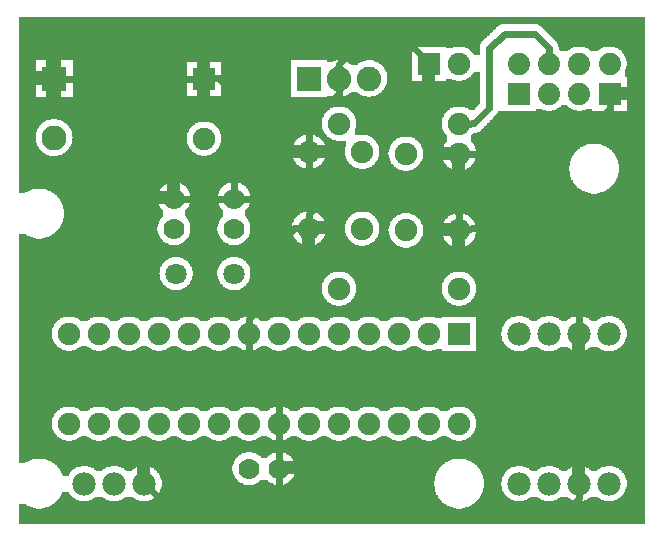
<source format=gtl>
G04 MADE WITH FRITZING*
G04 WWW.FRITZING.ORG*
G04 DOUBLE SIDED*
G04 HOLES PLATED*
G04 CONTOUR ON CENTER OF CONTOUR VECTOR*
%ASAXBY*%
%FSLAX23Y23*%
%MOIN*%
%OFA0B0*%
%SFA1.0B1.0*%
%ADD10C,0.075000*%
%ADD11C,0.074472*%
%ADD12C,0.070925*%
%ADD13C,0.070866*%
%ADD14C,0.070000*%
%ADD15C,0.082000*%
%ADD16C,0.078000*%
%ADD17C,0.083307*%
%ADD18R,0.074472X0.074108*%
%ADD19R,0.075000X0.075000*%
%ADD20R,0.082000X0.082000*%
%ADD21R,0.083307X0.083307*%
%ADD22C,0.024000*%
%LNCOPPER1*%
G90*
G70*
G54D10*
X765Y1530D03*
G54D11*
X2007Y1475D03*
X2007Y1575D03*
X1906Y1475D03*
X1906Y1575D03*
X1805Y1475D03*
X1805Y1575D03*
X1705Y1475D03*
X1705Y1575D03*
X2007Y1475D03*
X2007Y1575D03*
X1906Y1475D03*
X1906Y1575D03*
X1805Y1475D03*
X1805Y1575D03*
X1705Y1475D03*
X1705Y1575D03*
G54D10*
X1505Y675D03*
X1505Y375D03*
X1405Y675D03*
X1405Y375D03*
X1305Y675D03*
X1305Y375D03*
X1205Y675D03*
X1205Y375D03*
X1105Y675D03*
X1105Y375D03*
X1005Y675D03*
X1005Y375D03*
X905Y675D03*
X905Y375D03*
X805Y675D03*
X805Y375D03*
X705Y675D03*
X705Y375D03*
X605Y675D03*
X605Y375D03*
X505Y675D03*
X505Y375D03*
X405Y675D03*
X405Y375D03*
X305Y675D03*
X305Y375D03*
X205Y675D03*
X205Y375D03*
G54D12*
X562Y875D03*
G54D13*
X755Y875D03*
G54D14*
X755Y1125D03*
X755Y1025D03*
X555Y1125D03*
X555Y1025D03*
G54D10*
X1105Y825D03*
X1505Y825D03*
X1183Y1281D03*
X1183Y1025D03*
X1005Y1281D03*
X1005Y1025D03*
G54D14*
X805Y225D03*
X905Y225D03*
G54D15*
X1005Y1525D03*
X1105Y1525D03*
X1205Y1525D03*
G54D10*
X655Y1525D03*
X655Y1325D03*
X1405Y1575D03*
X1505Y1575D03*
X1505Y1375D03*
X1105Y1375D03*
X1328Y1019D03*
X1328Y1275D03*
X1505Y1019D03*
X1505Y1275D03*
G54D16*
X255Y175D03*
X355Y175D03*
X455Y175D03*
X1705Y175D03*
X1805Y175D03*
X1905Y175D03*
X2005Y175D03*
X1705Y675D03*
X1805Y675D03*
X1905Y675D03*
X2005Y675D03*
G54D17*
X155Y1525D03*
X155Y1328D03*
G54D18*
X2007Y1475D03*
X2007Y1475D03*
X1705Y1475D03*
G54D19*
X1505Y675D03*
G54D20*
X1005Y1525D03*
G54D19*
X655Y1525D03*
X1405Y1575D03*
G54D21*
X155Y1525D03*
G54D22*
X1906Y126D02*
X1905Y145D01*
D02*
X954Y75D02*
X1855Y75D01*
D02*
X1855Y75D02*
X1906Y126D01*
D02*
X906Y126D02*
X954Y75D01*
D02*
X1906Y975D02*
X1905Y705D01*
D02*
X1855Y1026D02*
X1906Y975D01*
D02*
X1556Y1026D02*
X1855Y1026D01*
D02*
X1534Y1023D02*
X1556Y1026D01*
D02*
X505Y126D02*
X906Y126D01*
D02*
X477Y154D02*
X505Y126D01*
D02*
X906Y126D02*
X905Y199D01*
D02*
X1605Y1426D02*
X1605Y1626D01*
D02*
X1605Y1626D02*
X1657Y1675D01*
D02*
X1657Y1675D02*
X1757Y1675D01*
D02*
X1556Y1376D02*
X1605Y1426D01*
D02*
X1534Y1375D02*
X1556Y1376D01*
D02*
X1805Y1626D02*
X1805Y1606D01*
D02*
X1757Y1675D02*
X1805Y1626D01*
D02*
X1005Y1075D02*
X1005Y1054D01*
D02*
X1505Y1075D02*
X1456Y1126D01*
D02*
X1056Y1126D02*
X1005Y1075D01*
D02*
X1456Y1126D02*
X1056Y1126D01*
D02*
X1505Y1048D02*
X1505Y1075D01*
D02*
X1105Y1475D02*
X1105Y1493D01*
D02*
X1005Y1376D02*
X1105Y1475D01*
D02*
X1005Y1310D02*
X1005Y1376D01*
D02*
X2007Y1424D02*
X2007Y1444D01*
D02*
X1956Y1376D02*
X2007Y1424D01*
D02*
X1706Y1376D02*
X1956Y1376D01*
D02*
X1605Y1276D02*
X1706Y1376D01*
D02*
X1534Y1275D02*
X1605Y1276D01*
D02*
X905Y474D02*
X905Y404D01*
D02*
X805Y574D02*
X905Y474D01*
D02*
X805Y646D02*
X805Y574D01*
D02*
X806Y725D02*
X806Y704D01*
D02*
X906Y975D02*
X906Y825D01*
D02*
X906Y825D02*
X806Y725D01*
D02*
X954Y1026D02*
X906Y975D01*
D02*
X977Y1026D02*
X954Y1026D01*
D02*
X582Y1125D02*
X729Y1125D01*
D02*
X684Y1526D02*
X705Y1526D01*
D02*
X756Y1475D02*
X755Y1151D01*
D02*
X705Y1526D02*
X756Y1475D01*
D02*
X1005Y1174D02*
X1005Y1252D01*
D02*
X954Y1126D02*
X1005Y1174D01*
D02*
X782Y1125D02*
X954Y1126D01*
D02*
X1356Y1626D02*
X1156Y1626D01*
D02*
X1386Y1596D02*
X1356Y1626D01*
D02*
X1105Y1526D02*
X1096Y1556D01*
D02*
X1105Y1575D02*
X1105Y1526D01*
D02*
X1156Y1626D02*
X1105Y1575D01*
D02*
X905Y346D02*
X905Y251D01*
D02*
X627Y1525D02*
X188Y1525D01*
G36*
X40Y1732D02*
X40Y1708D01*
X1760Y1708D01*
X1760Y1706D01*
X1768Y1706D01*
X1768Y1704D01*
X1772Y1704D01*
X1772Y1702D01*
X1776Y1702D01*
X1776Y1700D01*
X1778Y1700D01*
X1778Y1698D01*
X1780Y1698D01*
X1780Y1696D01*
X1782Y1696D01*
X1782Y1694D01*
X1784Y1694D01*
X1784Y1692D01*
X1786Y1692D01*
X1786Y1690D01*
X1788Y1690D01*
X1788Y1688D01*
X1790Y1688D01*
X1790Y1686D01*
X1792Y1686D01*
X1792Y1684D01*
X1794Y1684D01*
X1794Y1682D01*
X1796Y1682D01*
X1796Y1680D01*
X1798Y1680D01*
X1798Y1678D01*
X1800Y1678D01*
X1800Y1676D01*
X1802Y1676D01*
X1802Y1674D01*
X1804Y1674D01*
X1804Y1672D01*
X1806Y1672D01*
X1806Y1670D01*
X1808Y1670D01*
X1808Y1668D01*
X1810Y1668D01*
X1810Y1666D01*
X1812Y1666D01*
X1812Y1664D01*
X1814Y1664D01*
X1814Y1662D01*
X1816Y1662D01*
X1816Y1660D01*
X1818Y1660D01*
X1818Y1658D01*
X1820Y1658D01*
X1820Y1656D01*
X1822Y1656D01*
X1822Y1654D01*
X1824Y1654D01*
X1824Y1652D01*
X1826Y1652D01*
X1826Y1650D01*
X1828Y1650D01*
X1828Y1648D01*
X1830Y1648D01*
X1830Y1646D01*
X1832Y1646D01*
X1832Y1642D01*
X1834Y1642D01*
X1834Y1638D01*
X1836Y1638D01*
X1836Y1632D01*
X2020Y1632D01*
X2020Y1630D01*
X2026Y1630D01*
X2026Y1628D01*
X2032Y1628D01*
X2032Y1626D01*
X2036Y1626D01*
X2036Y1624D01*
X2038Y1624D01*
X2038Y1622D01*
X2040Y1622D01*
X2040Y1620D01*
X2044Y1620D01*
X2044Y1618D01*
X2046Y1618D01*
X2046Y1616D01*
X2048Y1616D01*
X2048Y1614D01*
X2050Y1614D01*
X2050Y1612D01*
X2052Y1612D01*
X2052Y1608D01*
X2054Y1608D01*
X2054Y1606D01*
X2056Y1606D01*
X2056Y1602D01*
X2058Y1602D01*
X2058Y1598D01*
X2060Y1598D01*
X2060Y1594D01*
X2062Y1594D01*
X2062Y1584D01*
X2064Y1584D01*
X2064Y1566D01*
X2062Y1566D01*
X2062Y1558D01*
X2060Y1558D01*
X2060Y1552D01*
X2058Y1552D01*
X2058Y1532D01*
X2064Y1532D01*
X2064Y1418D01*
X2124Y1418D01*
X2124Y1732D01*
X40Y1732D01*
G37*
D02*
G36*
X40Y1708D02*
X40Y1632D01*
X1520Y1632D01*
X1520Y1630D01*
X1526Y1630D01*
X1526Y1628D01*
X1530Y1628D01*
X1530Y1626D01*
X1534Y1626D01*
X1534Y1624D01*
X1538Y1624D01*
X1538Y1622D01*
X1540Y1622D01*
X1540Y1620D01*
X1542Y1620D01*
X1542Y1618D01*
X1544Y1618D01*
X1544Y1616D01*
X1546Y1616D01*
X1546Y1614D01*
X1548Y1614D01*
X1548Y1612D01*
X1550Y1612D01*
X1550Y1610D01*
X1552Y1610D01*
X1552Y1608D01*
X1554Y1608D01*
X1554Y1604D01*
X1574Y1604D01*
X1574Y1636D01*
X1576Y1636D01*
X1576Y1642D01*
X1578Y1642D01*
X1578Y1644D01*
X1580Y1644D01*
X1580Y1648D01*
X1582Y1648D01*
X1582Y1650D01*
X1584Y1650D01*
X1584Y1652D01*
X1586Y1652D01*
X1586Y1654D01*
X1588Y1654D01*
X1588Y1656D01*
X1590Y1656D01*
X1590Y1658D01*
X1592Y1658D01*
X1592Y1660D01*
X1594Y1660D01*
X1594Y1662D01*
X1598Y1662D01*
X1598Y1664D01*
X1600Y1664D01*
X1600Y1666D01*
X1602Y1666D01*
X1602Y1668D01*
X1604Y1668D01*
X1604Y1670D01*
X1606Y1670D01*
X1606Y1672D01*
X1608Y1672D01*
X1608Y1674D01*
X1610Y1674D01*
X1610Y1676D01*
X1612Y1676D01*
X1612Y1678D01*
X1614Y1678D01*
X1614Y1680D01*
X1616Y1680D01*
X1616Y1682D01*
X1618Y1682D01*
X1618Y1684D01*
X1620Y1684D01*
X1620Y1686D01*
X1622Y1686D01*
X1622Y1688D01*
X1624Y1688D01*
X1624Y1690D01*
X1626Y1690D01*
X1626Y1692D01*
X1628Y1692D01*
X1628Y1694D01*
X1630Y1694D01*
X1630Y1696D01*
X1632Y1696D01*
X1632Y1698D01*
X1636Y1698D01*
X1636Y1700D01*
X1638Y1700D01*
X1638Y1702D01*
X1640Y1702D01*
X1640Y1704D01*
X1644Y1704D01*
X1644Y1706D01*
X1652Y1706D01*
X1652Y1708D01*
X40Y1708D01*
G37*
D02*
G36*
X40Y1632D02*
X40Y1588D01*
X216Y1588D01*
X216Y1586D01*
X1218Y1586D01*
X1218Y1584D01*
X1226Y1584D01*
X1226Y1582D01*
X1230Y1582D01*
X1230Y1580D01*
X1234Y1580D01*
X1234Y1578D01*
X1238Y1578D01*
X1238Y1576D01*
X1240Y1576D01*
X1240Y1574D01*
X1244Y1574D01*
X1244Y1572D01*
X1246Y1572D01*
X1246Y1570D01*
X1248Y1570D01*
X1248Y1568D01*
X1250Y1568D01*
X1250Y1566D01*
X1252Y1566D01*
X1252Y1564D01*
X1254Y1564D01*
X1254Y1560D01*
X1256Y1560D01*
X1256Y1558D01*
X1258Y1558D01*
X1258Y1554D01*
X1260Y1554D01*
X1260Y1550D01*
X1262Y1550D01*
X1262Y1546D01*
X1264Y1546D01*
X1264Y1538D01*
X1266Y1538D01*
X1266Y1518D01*
X1348Y1518D01*
X1348Y1632D01*
X40Y1632D01*
G37*
D02*
G36*
X1462Y1632D02*
X1462Y1628D01*
X1484Y1628D01*
X1484Y1630D01*
X1492Y1630D01*
X1492Y1632D01*
X1462Y1632D01*
G37*
D02*
G36*
X1836Y1632D02*
X1836Y1630D01*
X1838Y1630D01*
X1838Y1622D01*
X1840Y1622D01*
X1840Y1620D01*
X1842Y1620D01*
X1842Y1618D01*
X1844Y1618D01*
X1844Y1616D01*
X1866Y1616D01*
X1866Y1618D01*
X1870Y1618D01*
X1870Y1620D01*
X1872Y1620D01*
X1872Y1622D01*
X1874Y1622D01*
X1874Y1624D01*
X1878Y1624D01*
X1878Y1626D01*
X1882Y1626D01*
X1882Y1628D01*
X1886Y1628D01*
X1886Y1630D01*
X1894Y1630D01*
X1894Y1632D01*
X1836Y1632D01*
G37*
D02*
G36*
X1918Y1632D02*
X1918Y1630D01*
X1926Y1630D01*
X1926Y1628D01*
X1930Y1628D01*
X1930Y1626D01*
X1934Y1626D01*
X1934Y1624D01*
X1938Y1624D01*
X1938Y1622D01*
X1940Y1622D01*
X1940Y1620D01*
X1942Y1620D01*
X1942Y1618D01*
X1946Y1618D01*
X1946Y1616D01*
X1968Y1616D01*
X1968Y1618D01*
X1970Y1618D01*
X1970Y1620D01*
X1972Y1620D01*
X1972Y1622D01*
X1976Y1622D01*
X1976Y1624D01*
X1978Y1624D01*
X1978Y1626D01*
X1982Y1626D01*
X1982Y1628D01*
X1986Y1628D01*
X1986Y1630D01*
X1994Y1630D01*
X1994Y1632D01*
X1918Y1632D01*
G37*
D02*
G36*
X40Y1588D02*
X40Y1464D01*
X94Y1464D01*
X94Y1588D01*
X40Y1588D01*
G37*
D02*
G36*
X218Y1586D02*
X218Y1582D01*
X712Y1582D01*
X712Y1468D01*
X944Y1468D01*
X944Y1586D01*
X218Y1586D01*
G37*
D02*
G36*
X1066Y1586D02*
X1066Y1582D01*
X1086Y1582D01*
X1086Y1584D01*
X1094Y1584D01*
X1094Y1586D01*
X1066Y1586D01*
G37*
D02*
G36*
X1118Y1586D02*
X1118Y1584D01*
X1126Y1584D01*
X1126Y1582D01*
X1130Y1582D01*
X1130Y1580D01*
X1134Y1580D01*
X1134Y1578D01*
X1138Y1578D01*
X1138Y1576D01*
X1140Y1576D01*
X1140Y1574D01*
X1144Y1574D01*
X1144Y1572D01*
X1146Y1572D01*
X1146Y1570D01*
X1166Y1570D01*
X1166Y1572D01*
X1168Y1572D01*
X1168Y1574D01*
X1170Y1574D01*
X1170Y1576D01*
X1174Y1576D01*
X1174Y1578D01*
X1176Y1578D01*
X1176Y1580D01*
X1180Y1580D01*
X1180Y1582D01*
X1186Y1582D01*
X1186Y1584D01*
X1194Y1584D01*
X1194Y1586D01*
X1118Y1586D01*
G37*
D02*
G36*
X218Y1582D02*
X218Y1468D01*
X598Y1468D01*
X598Y1582D01*
X218Y1582D01*
G37*
D02*
G36*
X1554Y1546D02*
X1554Y1544D01*
X1552Y1544D01*
X1552Y1540D01*
X1550Y1540D01*
X1550Y1538D01*
X1548Y1538D01*
X1548Y1536D01*
X1546Y1536D01*
X1546Y1534D01*
X1544Y1534D01*
X1544Y1532D01*
X1542Y1532D01*
X1542Y1530D01*
X1538Y1530D01*
X1538Y1528D01*
X1536Y1528D01*
X1536Y1526D01*
X1532Y1526D01*
X1532Y1524D01*
X1528Y1524D01*
X1528Y1522D01*
X1524Y1522D01*
X1524Y1520D01*
X1516Y1520D01*
X1516Y1518D01*
X1574Y1518D01*
X1574Y1546D01*
X1554Y1546D01*
G37*
D02*
G36*
X1462Y1524D02*
X1462Y1518D01*
X1496Y1518D01*
X1496Y1520D01*
X1488Y1520D01*
X1488Y1522D01*
X1482Y1522D01*
X1482Y1524D01*
X1462Y1524D01*
G37*
D02*
G36*
X1266Y1518D02*
X1266Y1516D01*
X1574Y1516D01*
X1574Y1518D01*
X1266Y1518D01*
G37*
D02*
G36*
X1266Y1518D02*
X1266Y1516D01*
X1574Y1516D01*
X1574Y1518D01*
X1266Y1518D01*
G37*
D02*
G36*
X1266Y1518D02*
X1266Y1516D01*
X1574Y1516D01*
X1574Y1518D01*
X1266Y1518D01*
G37*
D02*
G36*
X1266Y1516D02*
X1266Y1514D01*
X1264Y1514D01*
X1264Y1506D01*
X1262Y1506D01*
X1262Y1500D01*
X1260Y1500D01*
X1260Y1496D01*
X1258Y1496D01*
X1258Y1494D01*
X1256Y1494D01*
X1256Y1490D01*
X1254Y1490D01*
X1254Y1488D01*
X1252Y1488D01*
X1252Y1486D01*
X1250Y1486D01*
X1250Y1482D01*
X1248Y1482D01*
X1248Y1480D01*
X1244Y1480D01*
X1244Y1478D01*
X1242Y1478D01*
X1242Y1476D01*
X1240Y1476D01*
X1240Y1474D01*
X1236Y1474D01*
X1236Y1472D01*
X1232Y1472D01*
X1232Y1470D01*
X1228Y1470D01*
X1228Y1468D01*
X1222Y1468D01*
X1222Y1466D01*
X1212Y1466D01*
X1212Y1464D01*
X1574Y1464D01*
X1574Y1516D01*
X1266Y1516D01*
G37*
D02*
G36*
X1144Y1480D02*
X1144Y1478D01*
X1142Y1478D01*
X1142Y1476D01*
X1140Y1476D01*
X1140Y1474D01*
X1136Y1474D01*
X1136Y1472D01*
X1132Y1472D01*
X1132Y1470D01*
X1128Y1470D01*
X1128Y1468D01*
X1122Y1468D01*
X1122Y1466D01*
X1112Y1466D01*
X1112Y1464D01*
X1198Y1464D01*
X1198Y1466D01*
X1188Y1466D01*
X1188Y1468D01*
X1182Y1468D01*
X1182Y1470D01*
X1178Y1470D01*
X1178Y1472D01*
X1174Y1472D01*
X1174Y1474D01*
X1172Y1474D01*
X1172Y1476D01*
X1168Y1476D01*
X1168Y1478D01*
X1166Y1478D01*
X1166Y1480D01*
X1144Y1480D01*
G37*
D02*
G36*
X218Y1468D02*
X218Y1466D01*
X944Y1466D01*
X944Y1468D01*
X218Y1468D01*
G37*
D02*
G36*
X218Y1468D02*
X218Y1466D01*
X944Y1466D01*
X944Y1468D01*
X218Y1468D01*
G37*
D02*
G36*
X1066Y1468D02*
X1066Y1464D01*
X1098Y1464D01*
X1098Y1466D01*
X1088Y1466D01*
X1088Y1468D01*
X1066Y1468D01*
G37*
D02*
G36*
X218Y1466D02*
X218Y1464D01*
X944Y1464D01*
X944Y1466D01*
X218Y1466D01*
G37*
D02*
G36*
X40Y1464D02*
X40Y1462D01*
X1574Y1462D01*
X1574Y1464D01*
X40Y1464D01*
G37*
D02*
G36*
X40Y1464D02*
X40Y1462D01*
X1574Y1462D01*
X1574Y1464D01*
X40Y1464D01*
G37*
D02*
G36*
X40Y1464D02*
X40Y1462D01*
X1574Y1462D01*
X1574Y1464D01*
X40Y1464D01*
G37*
D02*
G36*
X40Y1464D02*
X40Y1462D01*
X1574Y1462D01*
X1574Y1464D01*
X40Y1464D01*
G37*
D02*
G36*
X40Y1464D02*
X40Y1462D01*
X1574Y1462D01*
X1574Y1464D01*
X40Y1464D01*
G37*
D02*
G36*
X40Y1462D02*
X40Y1432D01*
X1520Y1432D01*
X1520Y1430D01*
X1526Y1430D01*
X1526Y1428D01*
X1530Y1428D01*
X1530Y1426D01*
X1534Y1426D01*
X1534Y1424D01*
X1538Y1424D01*
X1538Y1422D01*
X1558Y1422D01*
X1558Y1424D01*
X1560Y1424D01*
X1560Y1428D01*
X1562Y1428D01*
X1562Y1430D01*
X1564Y1430D01*
X1564Y1432D01*
X1566Y1432D01*
X1566Y1434D01*
X1568Y1434D01*
X1568Y1436D01*
X1570Y1436D01*
X1570Y1438D01*
X1572Y1438D01*
X1572Y1440D01*
X1574Y1440D01*
X1574Y1462D01*
X40Y1462D01*
G37*
D02*
G36*
X1846Y1436D02*
X1846Y1434D01*
X1844Y1434D01*
X1844Y1432D01*
X1842Y1432D01*
X1842Y1430D01*
X1838Y1430D01*
X1838Y1428D01*
X1836Y1428D01*
X1836Y1426D01*
X1832Y1426D01*
X1832Y1424D01*
X1828Y1424D01*
X1828Y1422D01*
X1822Y1422D01*
X1822Y1420D01*
X1814Y1420D01*
X1814Y1418D01*
X1898Y1418D01*
X1898Y1420D01*
X1888Y1420D01*
X1888Y1422D01*
X1884Y1422D01*
X1884Y1424D01*
X1880Y1424D01*
X1880Y1426D01*
X1876Y1426D01*
X1876Y1428D01*
X1872Y1428D01*
X1872Y1430D01*
X1870Y1430D01*
X1870Y1432D01*
X1868Y1432D01*
X1868Y1434D01*
X1866Y1434D01*
X1866Y1436D01*
X1846Y1436D01*
G37*
D02*
G36*
X40Y1432D02*
X40Y1390D01*
X166Y1390D01*
X166Y1388D01*
X174Y1388D01*
X174Y1386D01*
X180Y1386D01*
X180Y1384D01*
X184Y1384D01*
X184Y1382D01*
X670Y1382D01*
X670Y1380D01*
X676Y1380D01*
X676Y1378D01*
X680Y1378D01*
X680Y1376D01*
X684Y1376D01*
X684Y1374D01*
X688Y1374D01*
X688Y1372D01*
X690Y1372D01*
X690Y1370D01*
X692Y1370D01*
X692Y1368D01*
X694Y1368D01*
X694Y1366D01*
X696Y1366D01*
X696Y1364D01*
X698Y1364D01*
X698Y1362D01*
X700Y1362D01*
X700Y1360D01*
X702Y1360D01*
X702Y1358D01*
X704Y1358D01*
X704Y1354D01*
X706Y1354D01*
X706Y1350D01*
X708Y1350D01*
X708Y1346D01*
X710Y1346D01*
X710Y1340D01*
X712Y1340D01*
X712Y1338D01*
X1020Y1338D01*
X1020Y1336D01*
X1026Y1336D01*
X1026Y1334D01*
X1030Y1334D01*
X1030Y1332D01*
X1034Y1332D01*
X1034Y1330D01*
X1038Y1330D01*
X1038Y1328D01*
X1040Y1328D01*
X1040Y1326D01*
X1042Y1326D01*
X1042Y1324D01*
X1044Y1324D01*
X1044Y1322D01*
X1046Y1322D01*
X1046Y1320D01*
X1048Y1320D01*
X1048Y1318D01*
X1050Y1318D01*
X1050Y1316D01*
X1052Y1316D01*
X1052Y1314D01*
X1054Y1314D01*
X1054Y1310D01*
X1056Y1310D01*
X1056Y1306D01*
X1058Y1306D01*
X1058Y1302D01*
X1060Y1302D01*
X1060Y1296D01*
X1062Y1296D01*
X1062Y1268D01*
X1060Y1268D01*
X1060Y1260D01*
X1058Y1260D01*
X1058Y1256D01*
X1056Y1256D01*
X1056Y1252D01*
X1054Y1252D01*
X1054Y1250D01*
X1052Y1250D01*
X1052Y1246D01*
X1050Y1246D01*
X1050Y1244D01*
X1048Y1244D01*
X1048Y1242D01*
X1046Y1242D01*
X1046Y1240D01*
X1044Y1240D01*
X1044Y1238D01*
X1042Y1238D01*
X1042Y1236D01*
X1040Y1236D01*
X1040Y1234D01*
X1036Y1234D01*
X1036Y1232D01*
X1034Y1232D01*
X1034Y1230D01*
X1030Y1230D01*
X1030Y1228D01*
X1024Y1228D01*
X1024Y1226D01*
X1016Y1226D01*
X1016Y1224D01*
X1172Y1224D01*
X1172Y1226D01*
X1164Y1226D01*
X1164Y1228D01*
X1158Y1228D01*
X1158Y1230D01*
X1154Y1230D01*
X1154Y1232D01*
X1152Y1232D01*
X1152Y1234D01*
X1148Y1234D01*
X1148Y1236D01*
X1146Y1236D01*
X1146Y1238D01*
X1144Y1238D01*
X1144Y1240D01*
X1142Y1240D01*
X1142Y1242D01*
X1140Y1242D01*
X1140Y1244D01*
X1138Y1244D01*
X1138Y1246D01*
X1136Y1246D01*
X1136Y1250D01*
X1134Y1250D01*
X1134Y1252D01*
X1132Y1252D01*
X1132Y1256D01*
X1130Y1256D01*
X1130Y1260D01*
X1128Y1260D01*
X1128Y1268D01*
X1126Y1268D01*
X1126Y1296D01*
X1128Y1296D01*
X1128Y1302D01*
X1130Y1302D01*
X1130Y1318D01*
X1096Y1318D01*
X1096Y1320D01*
X1088Y1320D01*
X1088Y1322D01*
X1082Y1322D01*
X1082Y1324D01*
X1078Y1324D01*
X1078Y1326D01*
X1074Y1326D01*
X1074Y1328D01*
X1072Y1328D01*
X1072Y1330D01*
X1070Y1330D01*
X1070Y1332D01*
X1066Y1332D01*
X1066Y1334D01*
X1064Y1334D01*
X1064Y1336D01*
X1062Y1336D01*
X1062Y1340D01*
X1060Y1340D01*
X1060Y1342D01*
X1058Y1342D01*
X1058Y1344D01*
X1056Y1344D01*
X1056Y1348D01*
X1054Y1348D01*
X1054Y1352D01*
X1052Y1352D01*
X1052Y1358D01*
X1050Y1358D01*
X1050Y1366D01*
X1048Y1366D01*
X1048Y1386D01*
X1050Y1386D01*
X1050Y1394D01*
X1052Y1394D01*
X1052Y1398D01*
X1054Y1398D01*
X1054Y1402D01*
X1056Y1402D01*
X1056Y1406D01*
X1058Y1406D01*
X1058Y1408D01*
X1060Y1408D01*
X1060Y1412D01*
X1062Y1412D01*
X1062Y1414D01*
X1064Y1414D01*
X1064Y1416D01*
X1066Y1416D01*
X1066Y1418D01*
X1068Y1418D01*
X1068Y1420D01*
X1070Y1420D01*
X1070Y1422D01*
X1074Y1422D01*
X1074Y1424D01*
X1076Y1424D01*
X1076Y1426D01*
X1080Y1426D01*
X1080Y1428D01*
X1084Y1428D01*
X1084Y1430D01*
X1092Y1430D01*
X1092Y1432D01*
X40Y1432D01*
G37*
D02*
G36*
X1120Y1432D02*
X1120Y1430D01*
X1126Y1430D01*
X1126Y1428D01*
X1130Y1428D01*
X1130Y1426D01*
X1134Y1426D01*
X1134Y1424D01*
X1138Y1424D01*
X1138Y1422D01*
X1140Y1422D01*
X1140Y1420D01*
X1142Y1420D01*
X1142Y1418D01*
X1144Y1418D01*
X1144Y1416D01*
X1146Y1416D01*
X1146Y1414D01*
X1148Y1414D01*
X1148Y1412D01*
X1150Y1412D01*
X1150Y1410D01*
X1152Y1410D01*
X1152Y1408D01*
X1154Y1408D01*
X1154Y1404D01*
X1156Y1404D01*
X1156Y1400D01*
X1158Y1400D01*
X1158Y1396D01*
X1160Y1396D01*
X1160Y1390D01*
X1162Y1390D01*
X1162Y1362D01*
X1160Y1362D01*
X1160Y1354D01*
X1158Y1354D01*
X1158Y1338D01*
X1196Y1338D01*
X1196Y1336D01*
X1202Y1336D01*
X1202Y1334D01*
X1208Y1334D01*
X1208Y1332D01*
X1342Y1332D01*
X1342Y1330D01*
X1348Y1330D01*
X1348Y1328D01*
X1354Y1328D01*
X1354Y1326D01*
X1358Y1326D01*
X1358Y1324D01*
X1360Y1324D01*
X1360Y1322D01*
X1362Y1322D01*
X1362Y1320D01*
X1366Y1320D01*
X1366Y1318D01*
X1368Y1318D01*
X1368Y1316D01*
X1370Y1316D01*
X1370Y1314D01*
X1372Y1314D01*
X1372Y1310D01*
X1374Y1310D01*
X1374Y1308D01*
X1376Y1308D01*
X1376Y1306D01*
X1378Y1306D01*
X1378Y1302D01*
X1380Y1302D01*
X1380Y1298D01*
X1382Y1298D01*
X1382Y1292D01*
X1384Y1292D01*
X1384Y1284D01*
X1386Y1284D01*
X1386Y1268D01*
X1384Y1268D01*
X1384Y1258D01*
X1382Y1258D01*
X1382Y1252D01*
X1380Y1252D01*
X1380Y1248D01*
X1378Y1248D01*
X1378Y1246D01*
X1376Y1246D01*
X1376Y1242D01*
X1374Y1242D01*
X1374Y1240D01*
X1372Y1240D01*
X1372Y1238D01*
X1370Y1238D01*
X1370Y1234D01*
X1366Y1234D01*
X1366Y1232D01*
X1364Y1232D01*
X1364Y1230D01*
X1362Y1230D01*
X1362Y1228D01*
X1358Y1228D01*
X1358Y1226D01*
X1356Y1226D01*
X1356Y1224D01*
X1352Y1224D01*
X1352Y1222D01*
X1346Y1222D01*
X1346Y1220D01*
X1338Y1220D01*
X1338Y1218D01*
X1496Y1218D01*
X1496Y1220D01*
X1488Y1220D01*
X1488Y1222D01*
X1482Y1222D01*
X1482Y1224D01*
X1478Y1224D01*
X1478Y1226D01*
X1474Y1226D01*
X1474Y1228D01*
X1472Y1228D01*
X1472Y1230D01*
X1470Y1230D01*
X1470Y1232D01*
X1466Y1232D01*
X1466Y1234D01*
X1464Y1234D01*
X1464Y1236D01*
X1462Y1236D01*
X1462Y1240D01*
X1460Y1240D01*
X1460Y1242D01*
X1458Y1242D01*
X1458Y1244D01*
X1456Y1244D01*
X1456Y1248D01*
X1454Y1248D01*
X1454Y1252D01*
X1452Y1252D01*
X1452Y1258D01*
X1450Y1258D01*
X1450Y1266D01*
X1448Y1266D01*
X1448Y1286D01*
X1450Y1286D01*
X1450Y1294D01*
X1452Y1294D01*
X1452Y1298D01*
X1454Y1298D01*
X1454Y1302D01*
X1456Y1302D01*
X1456Y1306D01*
X1458Y1306D01*
X1458Y1308D01*
X1460Y1308D01*
X1460Y1312D01*
X1462Y1312D01*
X1462Y1314D01*
X1464Y1314D01*
X1464Y1336D01*
X1462Y1336D01*
X1462Y1340D01*
X1460Y1340D01*
X1460Y1342D01*
X1458Y1342D01*
X1458Y1344D01*
X1456Y1344D01*
X1456Y1348D01*
X1454Y1348D01*
X1454Y1352D01*
X1452Y1352D01*
X1452Y1358D01*
X1450Y1358D01*
X1450Y1366D01*
X1448Y1366D01*
X1448Y1386D01*
X1450Y1386D01*
X1450Y1394D01*
X1452Y1394D01*
X1452Y1398D01*
X1454Y1398D01*
X1454Y1402D01*
X1456Y1402D01*
X1456Y1406D01*
X1458Y1406D01*
X1458Y1408D01*
X1460Y1408D01*
X1460Y1412D01*
X1462Y1412D01*
X1462Y1414D01*
X1464Y1414D01*
X1464Y1416D01*
X1466Y1416D01*
X1466Y1418D01*
X1468Y1418D01*
X1468Y1420D01*
X1470Y1420D01*
X1470Y1422D01*
X1474Y1422D01*
X1474Y1424D01*
X1476Y1424D01*
X1476Y1426D01*
X1480Y1426D01*
X1480Y1428D01*
X1484Y1428D01*
X1484Y1430D01*
X1492Y1430D01*
X1492Y1432D01*
X1120Y1432D01*
G37*
D02*
G36*
X1762Y1424D02*
X1762Y1418D01*
X1796Y1418D01*
X1796Y1420D01*
X1788Y1420D01*
X1788Y1422D01*
X1782Y1422D01*
X1782Y1424D01*
X1762Y1424D01*
G37*
D02*
G36*
X1928Y1424D02*
X1928Y1422D01*
X1924Y1422D01*
X1924Y1420D01*
X1914Y1420D01*
X1914Y1418D01*
X1950Y1418D01*
X1950Y1424D01*
X1928Y1424D01*
G37*
D02*
G36*
X1636Y1418D02*
X1636Y1416D01*
X2124Y1416D01*
X2124Y1418D01*
X1636Y1418D01*
G37*
D02*
G36*
X1636Y1418D02*
X1636Y1416D01*
X2124Y1416D01*
X2124Y1418D01*
X1636Y1418D01*
G37*
D02*
G36*
X1636Y1418D02*
X1636Y1416D01*
X2124Y1416D01*
X2124Y1418D01*
X1636Y1418D01*
G37*
D02*
G36*
X1636Y1418D02*
X1636Y1416D01*
X2124Y1416D01*
X2124Y1418D01*
X1636Y1418D01*
G37*
D02*
G36*
X1634Y1416D02*
X1634Y1412D01*
X1632Y1412D01*
X1632Y1408D01*
X1630Y1408D01*
X1630Y1406D01*
X1628Y1406D01*
X1628Y1404D01*
X1626Y1404D01*
X1626Y1402D01*
X1624Y1402D01*
X1624Y1400D01*
X1622Y1400D01*
X1622Y1396D01*
X1620Y1396D01*
X1620Y1394D01*
X1618Y1394D01*
X1618Y1392D01*
X1616Y1392D01*
X1616Y1390D01*
X1614Y1390D01*
X1614Y1388D01*
X1612Y1388D01*
X1612Y1386D01*
X1610Y1386D01*
X1610Y1384D01*
X1608Y1384D01*
X1608Y1382D01*
X1606Y1382D01*
X1606Y1380D01*
X1604Y1380D01*
X1604Y1378D01*
X1602Y1378D01*
X1602Y1376D01*
X1600Y1376D01*
X1600Y1374D01*
X1598Y1374D01*
X1598Y1372D01*
X1596Y1372D01*
X1596Y1370D01*
X1594Y1370D01*
X1594Y1368D01*
X1592Y1368D01*
X1592Y1366D01*
X1590Y1366D01*
X1590Y1364D01*
X1588Y1364D01*
X1588Y1362D01*
X1586Y1362D01*
X1586Y1360D01*
X1584Y1360D01*
X1584Y1358D01*
X1582Y1358D01*
X1582Y1356D01*
X1580Y1356D01*
X1580Y1354D01*
X1578Y1354D01*
X1578Y1352D01*
X1576Y1352D01*
X1576Y1350D01*
X1574Y1350D01*
X1574Y1348D01*
X1570Y1348D01*
X1570Y1346D01*
X1564Y1346D01*
X1564Y1344D01*
X1552Y1344D01*
X1552Y1340D01*
X1550Y1340D01*
X1550Y1338D01*
X1548Y1338D01*
X1548Y1336D01*
X1546Y1336D01*
X1546Y1314D01*
X1548Y1314D01*
X1548Y1312D01*
X1550Y1312D01*
X1550Y1310D01*
X1552Y1310D01*
X1552Y1308D01*
X1970Y1308D01*
X1970Y1306D01*
X1978Y1306D01*
X1978Y1304D01*
X1984Y1304D01*
X1984Y1302D01*
X1990Y1302D01*
X1990Y1300D01*
X1994Y1300D01*
X1994Y1298D01*
X1998Y1298D01*
X1998Y1296D01*
X2000Y1296D01*
X2000Y1294D01*
X2004Y1294D01*
X2004Y1292D01*
X2006Y1292D01*
X2006Y1290D01*
X2008Y1290D01*
X2008Y1288D01*
X2010Y1288D01*
X2010Y1286D01*
X2014Y1286D01*
X2014Y1284D01*
X2016Y1284D01*
X2016Y1280D01*
X2018Y1280D01*
X2018Y1278D01*
X2020Y1278D01*
X2020Y1276D01*
X2022Y1276D01*
X2022Y1274D01*
X2024Y1274D01*
X2024Y1270D01*
X2026Y1270D01*
X2026Y1268D01*
X2028Y1268D01*
X2028Y1264D01*
X2030Y1264D01*
X2030Y1260D01*
X2032Y1260D01*
X2032Y1254D01*
X2034Y1254D01*
X2034Y1248D01*
X2036Y1248D01*
X2036Y1240D01*
X2038Y1240D01*
X2038Y1212D01*
X2036Y1212D01*
X2036Y1202D01*
X2034Y1202D01*
X2034Y1196D01*
X2032Y1196D01*
X2032Y1192D01*
X2030Y1192D01*
X2030Y1188D01*
X2028Y1188D01*
X2028Y1184D01*
X2026Y1184D01*
X2026Y1180D01*
X2024Y1180D01*
X2024Y1178D01*
X2022Y1178D01*
X2022Y1174D01*
X2020Y1174D01*
X2020Y1172D01*
X2018Y1172D01*
X2018Y1170D01*
X2016Y1170D01*
X2016Y1168D01*
X2014Y1168D01*
X2014Y1166D01*
X2012Y1166D01*
X2012Y1164D01*
X2010Y1164D01*
X2010Y1162D01*
X2008Y1162D01*
X2008Y1160D01*
X2004Y1160D01*
X2004Y1158D01*
X2002Y1158D01*
X2002Y1156D01*
X2000Y1156D01*
X2000Y1154D01*
X1996Y1154D01*
X1996Y1152D01*
X1992Y1152D01*
X1992Y1150D01*
X1988Y1150D01*
X1988Y1148D01*
X1982Y1148D01*
X1982Y1146D01*
X1976Y1146D01*
X1976Y1144D01*
X1964Y1144D01*
X1964Y1142D01*
X2124Y1142D01*
X2124Y1416D01*
X1634Y1416D01*
G37*
D02*
G36*
X40Y1390D02*
X40Y1266D01*
X154Y1266D01*
X154Y1268D01*
X140Y1268D01*
X140Y1270D01*
X134Y1270D01*
X134Y1272D01*
X128Y1272D01*
X128Y1274D01*
X126Y1274D01*
X126Y1276D01*
X122Y1276D01*
X122Y1278D01*
X120Y1278D01*
X120Y1280D01*
X116Y1280D01*
X116Y1282D01*
X114Y1282D01*
X114Y1284D01*
X112Y1284D01*
X112Y1286D01*
X110Y1286D01*
X110Y1288D01*
X108Y1288D01*
X108Y1290D01*
X106Y1290D01*
X106Y1294D01*
X104Y1294D01*
X104Y1296D01*
X102Y1296D01*
X102Y1300D01*
X100Y1300D01*
X100Y1304D01*
X98Y1304D01*
X98Y1310D01*
X96Y1310D01*
X96Y1318D01*
X94Y1318D01*
X94Y1340D01*
X96Y1340D01*
X96Y1348D01*
X98Y1348D01*
X98Y1354D01*
X100Y1354D01*
X100Y1358D01*
X102Y1358D01*
X102Y1360D01*
X104Y1360D01*
X104Y1364D01*
X106Y1364D01*
X106Y1366D01*
X108Y1366D01*
X108Y1368D01*
X110Y1368D01*
X110Y1372D01*
X112Y1372D01*
X112Y1374D01*
X116Y1374D01*
X116Y1376D01*
X118Y1376D01*
X118Y1378D01*
X120Y1378D01*
X120Y1380D01*
X124Y1380D01*
X124Y1382D01*
X126Y1382D01*
X126Y1384D01*
X130Y1384D01*
X130Y1386D01*
X136Y1386D01*
X136Y1388D01*
X144Y1388D01*
X144Y1390D01*
X40Y1390D01*
G37*
D02*
G36*
X188Y1382D02*
X188Y1380D01*
X190Y1380D01*
X190Y1378D01*
X194Y1378D01*
X194Y1376D01*
X196Y1376D01*
X196Y1374D01*
X198Y1374D01*
X198Y1372D01*
X200Y1372D01*
X200Y1370D01*
X202Y1370D01*
X202Y1368D01*
X204Y1368D01*
X204Y1364D01*
X206Y1364D01*
X206Y1362D01*
X208Y1362D01*
X208Y1358D01*
X210Y1358D01*
X210Y1356D01*
X212Y1356D01*
X212Y1350D01*
X214Y1350D01*
X214Y1344D01*
X216Y1344D01*
X216Y1330D01*
X218Y1330D01*
X218Y1328D01*
X216Y1328D01*
X216Y1314D01*
X214Y1314D01*
X214Y1306D01*
X212Y1306D01*
X212Y1302D01*
X210Y1302D01*
X210Y1298D01*
X208Y1298D01*
X208Y1296D01*
X206Y1296D01*
X206Y1292D01*
X204Y1292D01*
X204Y1290D01*
X202Y1290D01*
X202Y1288D01*
X200Y1288D01*
X200Y1286D01*
X198Y1286D01*
X198Y1284D01*
X196Y1284D01*
X196Y1282D01*
X194Y1282D01*
X194Y1280D01*
X192Y1280D01*
X192Y1278D01*
X188Y1278D01*
X188Y1276D01*
X186Y1276D01*
X186Y1274D01*
X182Y1274D01*
X182Y1272D01*
X178Y1272D01*
X178Y1270D01*
X170Y1270D01*
X170Y1268D01*
X646Y1268D01*
X646Y1270D01*
X638Y1270D01*
X638Y1272D01*
X632Y1272D01*
X632Y1274D01*
X628Y1274D01*
X628Y1276D01*
X624Y1276D01*
X624Y1278D01*
X622Y1278D01*
X622Y1280D01*
X620Y1280D01*
X620Y1282D01*
X616Y1282D01*
X616Y1284D01*
X614Y1284D01*
X614Y1286D01*
X612Y1286D01*
X612Y1290D01*
X610Y1290D01*
X610Y1292D01*
X608Y1292D01*
X608Y1294D01*
X606Y1294D01*
X606Y1298D01*
X604Y1298D01*
X604Y1302D01*
X602Y1302D01*
X602Y1308D01*
X600Y1308D01*
X600Y1316D01*
X598Y1316D01*
X598Y1336D01*
X600Y1336D01*
X600Y1344D01*
X602Y1344D01*
X602Y1348D01*
X604Y1348D01*
X604Y1352D01*
X606Y1352D01*
X606Y1356D01*
X608Y1356D01*
X608Y1358D01*
X610Y1358D01*
X610Y1362D01*
X612Y1362D01*
X612Y1364D01*
X614Y1364D01*
X614Y1366D01*
X616Y1366D01*
X616Y1368D01*
X618Y1368D01*
X618Y1370D01*
X620Y1370D01*
X620Y1372D01*
X624Y1372D01*
X624Y1374D01*
X626Y1374D01*
X626Y1376D01*
X630Y1376D01*
X630Y1378D01*
X634Y1378D01*
X634Y1380D01*
X642Y1380D01*
X642Y1382D01*
X188Y1382D01*
G37*
D02*
G36*
X712Y1338D02*
X712Y1312D01*
X710Y1312D01*
X710Y1304D01*
X708Y1304D01*
X708Y1300D01*
X706Y1300D01*
X706Y1296D01*
X704Y1296D01*
X704Y1294D01*
X702Y1294D01*
X702Y1290D01*
X700Y1290D01*
X700Y1288D01*
X698Y1288D01*
X698Y1286D01*
X696Y1286D01*
X696Y1284D01*
X694Y1284D01*
X694Y1282D01*
X692Y1282D01*
X692Y1280D01*
X688Y1280D01*
X688Y1278D01*
X686Y1278D01*
X686Y1276D01*
X682Y1276D01*
X682Y1274D01*
X678Y1274D01*
X678Y1272D01*
X674Y1272D01*
X674Y1270D01*
X666Y1270D01*
X666Y1268D01*
X950Y1268D01*
X950Y1272D01*
X948Y1272D01*
X948Y1292D01*
X950Y1292D01*
X950Y1300D01*
X952Y1300D01*
X952Y1304D01*
X954Y1304D01*
X954Y1308D01*
X956Y1308D01*
X956Y1312D01*
X958Y1312D01*
X958Y1314D01*
X960Y1314D01*
X960Y1318D01*
X962Y1318D01*
X962Y1320D01*
X964Y1320D01*
X964Y1322D01*
X966Y1322D01*
X966Y1324D01*
X968Y1324D01*
X968Y1326D01*
X970Y1326D01*
X970Y1328D01*
X974Y1328D01*
X974Y1330D01*
X976Y1330D01*
X976Y1332D01*
X980Y1332D01*
X980Y1334D01*
X986Y1334D01*
X986Y1336D01*
X992Y1336D01*
X992Y1338D01*
X712Y1338D01*
G37*
D02*
G36*
X1212Y1332D02*
X1212Y1330D01*
X1214Y1330D01*
X1214Y1328D01*
X1218Y1328D01*
X1218Y1326D01*
X1220Y1326D01*
X1220Y1324D01*
X1222Y1324D01*
X1222Y1322D01*
X1224Y1322D01*
X1224Y1320D01*
X1226Y1320D01*
X1226Y1318D01*
X1228Y1318D01*
X1228Y1314D01*
X1230Y1314D01*
X1230Y1312D01*
X1232Y1312D01*
X1232Y1308D01*
X1234Y1308D01*
X1234Y1304D01*
X1236Y1304D01*
X1236Y1300D01*
X1238Y1300D01*
X1238Y1292D01*
X1240Y1292D01*
X1240Y1272D01*
X1238Y1272D01*
X1238Y1264D01*
X1236Y1264D01*
X1236Y1258D01*
X1234Y1258D01*
X1234Y1254D01*
X1232Y1254D01*
X1232Y1250D01*
X1230Y1250D01*
X1230Y1248D01*
X1228Y1248D01*
X1228Y1246D01*
X1226Y1246D01*
X1226Y1242D01*
X1224Y1242D01*
X1224Y1240D01*
X1222Y1240D01*
X1222Y1238D01*
X1218Y1238D01*
X1218Y1236D01*
X1216Y1236D01*
X1216Y1234D01*
X1214Y1234D01*
X1214Y1232D01*
X1210Y1232D01*
X1210Y1230D01*
X1206Y1230D01*
X1206Y1228D01*
X1202Y1228D01*
X1202Y1226D01*
X1194Y1226D01*
X1194Y1224D01*
X1300Y1224D01*
X1300Y1226D01*
X1298Y1226D01*
X1298Y1228D01*
X1294Y1228D01*
X1294Y1230D01*
X1292Y1230D01*
X1292Y1232D01*
X1290Y1232D01*
X1290Y1234D01*
X1288Y1234D01*
X1288Y1236D01*
X1286Y1236D01*
X1286Y1238D01*
X1284Y1238D01*
X1284Y1240D01*
X1282Y1240D01*
X1282Y1242D01*
X1280Y1242D01*
X1280Y1246D01*
X1278Y1246D01*
X1278Y1250D01*
X1276Y1250D01*
X1276Y1254D01*
X1274Y1254D01*
X1274Y1260D01*
X1272Y1260D01*
X1272Y1272D01*
X1270Y1272D01*
X1270Y1280D01*
X1272Y1280D01*
X1272Y1290D01*
X1274Y1290D01*
X1274Y1298D01*
X1276Y1298D01*
X1276Y1302D01*
X1278Y1302D01*
X1278Y1304D01*
X1280Y1304D01*
X1280Y1308D01*
X1282Y1308D01*
X1282Y1310D01*
X1284Y1310D01*
X1284Y1312D01*
X1286Y1312D01*
X1286Y1316D01*
X1288Y1316D01*
X1288Y1318D01*
X1292Y1318D01*
X1292Y1320D01*
X1294Y1320D01*
X1294Y1322D01*
X1296Y1322D01*
X1296Y1324D01*
X1300Y1324D01*
X1300Y1326D01*
X1304Y1326D01*
X1304Y1328D01*
X1308Y1328D01*
X1308Y1330D01*
X1314Y1330D01*
X1314Y1332D01*
X1212Y1332D01*
G37*
D02*
G36*
X1554Y1308D02*
X1554Y1304D01*
X1556Y1304D01*
X1556Y1300D01*
X1558Y1300D01*
X1558Y1296D01*
X1560Y1296D01*
X1560Y1290D01*
X1562Y1290D01*
X1562Y1262D01*
X1560Y1262D01*
X1560Y1254D01*
X1558Y1254D01*
X1558Y1250D01*
X1556Y1250D01*
X1556Y1246D01*
X1554Y1246D01*
X1554Y1244D01*
X1552Y1244D01*
X1552Y1240D01*
X1550Y1240D01*
X1550Y1238D01*
X1548Y1238D01*
X1548Y1236D01*
X1546Y1236D01*
X1546Y1234D01*
X1544Y1234D01*
X1544Y1232D01*
X1542Y1232D01*
X1542Y1230D01*
X1538Y1230D01*
X1538Y1228D01*
X1536Y1228D01*
X1536Y1226D01*
X1532Y1226D01*
X1532Y1224D01*
X1528Y1224D01*
X1528Y1222D01*
X1524Y1222D01*
X1524Y1220D01*
X1516Y1220D01*
X1516Y1218D01*
X1872Y1218D01*
X1872Y1234D01*
X1874Y1234D01*
X1874Y1246D01*
X1876Y1246D01*
X1876Y1252D01*
X1878Y1252D01*
X1878Y1258D01*
X1880Y1258D01*
X1880Y1262D01*
X1882Y1262D01*
X1882Y1266D01*
X1884Y1266D01*
X1884Y1270D01*
X1886Y1270D01*
X1886Y1272D01*
X1888Y1272D01*
X1888Y1274D01*
X1890Y1274D01*
X1890Y1278D01*
X1892Y1278D01*
X1892Y1280D01*
X1894Y1280D01*
X1894Y1282D01*
X1896Y1282D01*
X1896Y1284D01*
X1898Y1284D01*
X1898Y1286D01*
X1900Y1286D01*
X1900Y1288D01*
X1902Y1288D01*
X1902Y1290D01*
X1904Y1290D01*
X1904Y1292D01*
X1908Y1292D01*
X1908Y1294D01*
X1910Y1294D01*
X1910Y1296D01*
X1914Y1296D01*
X1914Y1298D01*
X1918Y1298D01*
X1918Y1300D01*
X1922Y1300D01*
X1922Y1302D01*
X1926Y1302D01*
X1926Y1304D01*
X1932Y1304D01*
X1932Y1306D01*
X1942Y1306D01*
X1942Y1308D01*
X1554Y1308D01*
G37*
D02*
G36*
X156Y1268D02*
X156Y1266D01*
X950Y1266D01*
X950Y1268D01*
X156Y1268D01*
G37*
D02*
G36*
X156Y1268D02*
X156Y1266D01*
X950Y1266D01*
X950Y1268D01*
X156Y1268D01*
G37*
D02*
G36*
X40Y1266D02*
X40Y1264D01*
X950Y1264D01*
X950Y1266D01*
X40Y1266D01*
G37*
D02*
G36*
X40Y1266D02*
X40Y1264D01*
X950Y1264D01*
X950Y1266D01*
X40Y1266D01*
G37*
D02*
G36*
X40Y1264D02*
X40Y1224D01*
X994Y1224D01*
X994Y1226D01*
X986Y1226D01*
X986Y1228D01*
X982Y1228D01*
X982Y1230D01*
X978Y1230D01*
X978Y1232D01*
X974Y1232D01*
X974Y1234D01*
X972Y1234D01*
X972Y1236D01*
X970Y1236D01*
X970Y1238D01*
X966Y1238D01*
X966Y1240D01*
X964Y1240D01*
X964Y1242D01*
X962Y1242D01*
X962Y1246D01*
X960Y1246D01*
X960Y1248D01*
X958Y1248D01*
X958Y1250D01*
X956Y1250D01*
X956Y1254D01*
X954Y1254D01*
X954Y1258D01*
X952Y1258D01*
X952Y1264D01*
X40Y1264D01*
G37*
D02*
G36*
X40Y1224D02*
X40Y1222D01*
X1304Y1222D01*
X1304Y1224D01*
X40Y1224D01*
G37*
D02*
G36*
X40Y1224D02*
X40Y1222D01*
X1304Y1222D01*
X1304Y1224D01*
X40Y1224D01*
G37*
D02*
G36*
X40Y1224D02*
X40Y1222D01*
X1304Y1222D01*
X1304Y1224D01*
X40Y1224D01*
G37*
D02*
G36*
X40Y1222D02*
X40Y1218D01*
X1318Y1218D01*
X1318Y1220D01*
X1310Y1220D01*
X1310Y1222D01*
X40Y1222D01*
G37*
D02*
G36*
X40Y1218D02*
X40Y1216D01*
X1872Y1216D01*
X1872Y1218D01*
X40Y1218D01*
G37*
D02*
G36*
X40Y1218D02*
X40Y1216D01*
X1872Y1216D01*
X1872Y1218D01*
X40Y1218D01*
G37*
D02*
G36*
X40Y1218D02*
X40Y1216D01*
X1872Y1216D01*
X1872Y1218D01*
X40Y1218D01*
G37*
D02*
G36*
X40Y1216D02*
X40Y1180D01*
X768Y1180D01*
X768Y1178D01*
X774Y1178D01*
X774Y1176D01*
X778Y1176D01*
X778Y1174D01*
X782Y1174D01*
X782Y1172D01*
X786Y1172D01*
X786Y1170D01*
X788Y1170D01*
X788Y1168D01*
X790Y1168D01*
X790Y1166D01*
X794Y1166D01*
X794Y1164D01*
X796Y1164D01*
X796Y1160D01*
X798Y1160D01*
X798Y1158D01*
X800Y1158D01*
X800Y1156D01*
X802Y1156D01*
X802Y1152D01*
X804Y1152D01*
X804Y1148D01*
X806Y1148D01*
X806Y1144D01*
X808Y1144D01*
X808Y1142D01*
X1946Y1142D01*
X1946Y1144D01*
X1936Y1144D01*
X1936Y1146D01*
X1928Y1146D01*
X1928Y1148D01*
X1924Y1148D01*
X1924Y1150D01*
X1918Y1150D01*
X1918Y1152D01*
X1916Y1152D01*
X1916Y1154D01*
X1912Y1154D01*
X1912Y1156D01*
X1908Y1156D01*
X1908Y1158D01*
X1906Y1158D01*
X1906Y1160D01*
X1904Y1160D01*
X1904Y1162D01*
X1900Y1162D01*
X1900Y1164D01*
X1898Y1164D01*
X1898Y1166D01*
X1896Y1166D01*
X1896Y1168D01*
X1894Y1168D01*
X1894Y1170D01*
X1892Y1170D01*
X1892Y1174D01*
X1890Y1174D01*
X1890Y1176D01*
X1888Y1176D01*
X1888Y1178D01*
X1886Y1178D01*
X1886Y1182D01*
X1884Y1182D01*
X1884Y1186D01*
X1882Y1186D01*
X1882Y1188D01*
X1880Y1188D01*
X1880Y1194D01*
X1878Y1194D01*
X1878Y1198D01*
X1876Y1198D01*
X1876Y1206D01*
X1874Y1206D01*
X1874Y1216D01*
X40Y1216D01*
G37*
D02*
G36*
X40Y1180D02*
X40Y1158D01*
X120Y1158D01*
X120Y1156D01*
X128Y1156D01*
X128Y1154D01*
X134Y1154D01*
X134Y1152D01*
X140Y1152D01*
X140Y1150D01*
X144Y1150D01*
X144Y1148D01*
X148Y1148D01*
X148Y1146D01*
X150Y1146D01*
X150Y1144D01*
X154Y1144D01*
X154Y1142D01*
X156Y1142D01*
X156Y1140D01*
X158Y1140D01*
X158Y1138D01*
X160Y1138D01*
X160Y1136D01*
X164Y1136D01*
X164Y1134D01*
X166Y1134D01*
X166Y1130D01*
X168Y1130D01*
X168Y1128D01*
X170Y1128D01*
X170Y1126D01*
X172Y1126D01*
X172Y1124D01*
X174Y1124D01*
X174Y1120D01*
X176Y1120D01*
X176Y1118D01*
X178Y1118D01*
X178Y1114D01*
X180Y1114D01*
X180Y1110D01*
X182Y1110D01*
X182Y1104D01*
X184Y1104D01*
X184Y1098D01*
X186Y1098D01*
X186Y1090D01*
X188Y1090D01*
X188Y1062D01*
X186Y1062D01*
X186Y1052D01*
X184Y1052D01*
X184Y1046D01*
X182Y1046D01*
X182Y1042D01*
X180Y1042D01*
X180Y1038D01*
X178Y1038D01*
X178Y1034D01*
X176Y1034D01*
X176Y1030D01*
X174Y1030D01*
X174Y1028D01*
X172Y1028D01*
X172Y1024D01*
X170Y1024D01*
X170Y1022D01*
X168Y1022D01*
X168Y1020D01*
X166Y1020D01*
X166Y1018D01*
X164Y1018D01*
X164Y1016D01*
X162Y1016D01*
X162Y1014D01*
X160Y1014D01*
X160Y1012D01*
X158Y1012D01*
X158Y1010D01*
X154Y1010D01*
X154Y1008D01*
X152Y1008D01*
X152Y1006D01*
X150Y1006D01*
X150Y1004D01*
X146Y1004D01*
X146Y1002D01*
X142Y1002D01*
X142Y1000D01*
X138Y1000D01*
X138Y998D01*
X132Y998D01*
X132Y996D01*
X126Y996D01*
X126Y994D01*
X114Y994D01*
X114Y992D01*
X512Y992D01*
X512Y994D01*
X510Y994D01*
X510Y996D01*
X508Y996D01*
X508Y1000D01*
X506Y1000D01*
X506Y1004D01*
X504Y1004D01*
X504Y1008D01*
X502Y1008D01*
X502Y1018D01*
X500Y1018D01*
X500Y1032D01*
X502Y1032D01*
X502Y1042D01*
X504Y1042D01*
X504Y1048D01*
X506Y1048D01*
X506Y1050D01*
X508Y1050D01*
X508Y1054D01*
X510Y1054D01*
X510Y1058D01*
X512Y1058D01*
X512Y1060D01*
X514Y1060D01*
X514Y1062D01*
X516Y1062D01*
X516Y1064D01*
X518Y1064D01*
X518Y1086D01*
X516Y1086D01*
X516Y1088D01*
X514Y1088D01*
X514Y1090D01*
X512Y1090D01*
X512Y1094D01*
X510Y1094D01*
X510Y1096D01*
X508Y1096D01*
X508Y1100D01*
X506Y1100D01*
X506Y1104D01*
X504Y1104D01*
X504Y1110D01*
X502Y1110D01*
X502Y1118D01*
X500Y1118D01*
X500Y1132D01*
X502Y1132D01*
X502Y1142D01*
X504Y1142D01*
X504Y1148D01*
X506Y1148D01*
X506Y1150D01*
X508Y1150D01*
X508Y1154D01*
X510Y1154D01*
X510Y1158D01*
X512Y1158D01*
X512Y1160D01*
X514Y1160D01*
X514Y1162D01*
X516Y1162D01*
X516Y1164D01*
X518Y1164D01*
X518Y1166D01*
X520Y1166D01*
X520Y1168D01*
X522Y1168D01*
X522Y1170D01*
X524Y1170D01*
X524Y1172D01*
X528Y1172D01*
X528Y1174D01*
X532Y1174D01*
X532Y1176D01*
X536Y1176D01*
X536Y1178D01*
X544Y1178D01*
X544Y1180D01*
X40Y1180D01*
G37*
D02*
G36*
X568Y1180D02*
X568Y1178D01*
X574Y1178D01*
X574Y1176D01*
X578Y1176D01*
X578Y1174D01*
X582Y1174D01*
X582Y1172D01*
X586Y1172D01*
X586Y1170D01*
X588Y1170D01*
X588Y1168D01*
X590Y1168D01*
X590Y1166D01*
X594Y1166D01*
X594Y1164D01*
X596Y1164D01*
X596Y1160D01*
X598Y1160D01*
X598Y1158D01*
X600Y1158D01*
X600Y1156D01*
X602Y1156D01*
X602Y1152D01*
X604Y1152D01*
X604Y1148D01*
X606Y1148D01*
X606Y1144D01*
X608Y1144D01*
X608Y1136D01*
X610Y1136D01*
X610Y1114D01*
X608Y1114D01*
X608Y1106D01*
X606Y1106D01*
X606Y1102D01*
X604Y1102D01*
X604Y1098D01*
X602Y1098D01*
X602Y1094D01*
X600Y1094D01*
X600Y1092D01*
X598Y1092D01*
X598Y1090D01*
X596Y1090D01*
X596Y1088D01*
X594Y1088D01*
X594Y1086D01*
X592Y1086D01*
X592Y1066D01*
X594Y1066D01*
X594Y1064D01*
X596Y1064D01*
X596Y1060D01*
X598Y1060D01*
X598Y1058D01*
X600Y1058D01*
X600Y1056D01*
X602Y1056D01*
X602Y1052D01*
X604Y1052D01*
X604Y1048D01*
X606Y1048D01*
X606Y1044D01*
X608Y1044D01*
X608Y1036D01*
X610Y1036D01*
X610Y1014D01*
X608Y1014D01*
X608Y1006D01*
X606Y1006D01*
X606Y1002D01*
X604Y1002D01*
X604Y998D01*
X602Y998D01*
X602Y994D01*
X600Y994D01*
X600Y992D01*
X598Y992D01*
X598Y990D01*
X596Y990D01*
X596Y988D01*
X594Y988D01*
X594Y986D01*
X592Y986D01*
X592Y984D01*
X590Y984D01*
X590Y982D01*
X588Y982D01*
X588Y980D01*
X584Y980D01*
X584Y978D01*
X582Y978D01*
X582Y976D01*
X578Y976D01*
X578Y974D01*
X572Y974D01*
X572Y972D01*
X564Y972D01*
X564Y970D01*
X748Y970D01*
X748Y972D01*
X738Y972D01*
X738Y974D01*
X734Y974D01*
X734Y976D01*
X730Y976D01*
X730Y978D01*
X726Y978D01*
X726Y980D01*
X724Y980D01*
X724Y982D01*
X720Y982D01*
X720Y984D01*
X718Y984D01*
X718Y986D01*
X716Y986D01*
X716Y988D01*
X714Y988D01*
X714Y990D01*
X712Y990D01*
X712Y994D01*
X710Y994D01*
X710Y996D01*
X708Y996D01*
X708Y1000D01*
X706Y1000D01*
X706Y1004D01*
X704Y1004D01*
X704Y1008D01*
X702Y1008D01*
X702Y1018D01*
X700Y1018D01*
X700Y1032D01*
X702Y1032D01*
X702Y1042D01*
X704Y1042D01*
X704Y1048D01*
X706Y1048D01*
X706Y1050D01*
X708Y1050D01*
X708Y1054D01*
X710Y1054D01*
X710Y1058D01*
X712Y1058D01*
X712Y1060D01*
X714Y1060D01*
X714Y1062D01*
X716Y1062D01*
X716Y1064D01*
X718Y1064D01*
X718Y1086D01*
X716Y1086D01*
X716Y1088D01*
X714Y1088D01*
X714Y1090D01*
X712Y1090D01*
X712Y1094D01*
X710Y1094D01*
X710Y1096D01*
X708Y1096D01*
X708Y1100D01*
X706Y1100D01*
X706Y1104D01*
X704Y1104D01*
X704Y1110D01*
X702Y1110D01*
X702Y1118D01*
X700Y1118D01*
X700Y1132D01*
X702Y1132D01*
X702Y1142D01*
X704Y1142D01*
X704Y1148D01*
X706Y1148D01*
X706Y1150D01*
X708Y1150D01*
X708Y1154D01*
X710Y1154D01*
X710Y1158D01*
X712Y1158D01*
X712Y1160D01*
X714Y1160D01*
X714Y1162D01*
X716Y1162D01*
X716Y1164D01*
X718Y1164D01*
X718Y1166D01*
X720Y1166D01*
X720Y1168D01*
X722Y1168D01*
X722Y1170D01*
X724Y1170D01*
X724Y1172D01*
X728Y1172D01*
X728Y1174D01*
X732Y1174D01*
X732Y1176D01*
X736Y1176D01*
X736Y1178D01*
X744Y1178D01*
X744Y1180D01*
X568Y1180D01*
G37*
D02*
G36*
X40Y1158D02*
X40Y1144D01*
X60Y1144D01*
X60Y1146D01*
X64Y1146D01*
X64Y1148D01*
X68Y1148D01*
X68Y1150D01*
X72Y1150D01*
X72Y1152D01*
X76Y1152D01*
X76Y1154D01*
X82Y1154D01*
X82Y1156D01*
X92Y1156D01*
X92Y1158D01*
X40Y1158D01*
G37*
D02*
G36*
X808Y1142D02*
X808Y1140D01*
X2124Y1140D01*
X2124Y1142D01*
X808Y1142D01*
G37*
D02*
G36*
X808Y1142D02*
X808Y1140D01*
X2124Y1140D01*
X2124Y1142D01*
X808Y1142D01*
G37*
D02*
G36*
X808Y1140D02*
X808Y1136D01*
X810Y1136D01*
X810Y1114D01*
X808Y1114D01*
X808Y1106D01*
X806Y1106D01*
X806Y1102D01*
X804Y1102D01*
X804Y1098D01*
X802Y1098D01*
X802Y1094D01*
X800Y1094D01*
X800Y1092D01*
X798Y1092D01*
X798Y1090D01*
X796Y1090D01*
X796Y1088D01*
X794Y1088D01*
X794Y1086D01*
X792Y1086D01*
X792Y1082D01*
X1196Y1082D01*
X1196Y1080D01*
X1204Y1080D01*
X1204Y1078D01*
X1208Y1078D01*
X1208Y1076D01*
X1520Y1076D01*
X1520Y1074D01*
X1526Y1074D01*
X1526Y1072D01*
X1530Y1072D01*
X1530Y1070D01*
X1534Y1070D01*
X1534Y1068D01*
X1538Y1068D01*
X1538Y1066D01*
X1540Y1066D01*
X1540Y1064D01*
X1542Y1064D01*
X1542Y1062D01*
X1546Y1062D01*
X1546Y1058D01*
X1548Y1058D01*
X1548Y1056D01*
X1550Y1056D01*
X1550Y1054D01*
X1552Y1054D01*
X1552Y1052D01*
X1554Y1052D01*
X1554Y1048D01*
X1556Y1048D01*
X1556Y1044D01*
X1558Y1044D01*
X1558Y1040D01*
X1560Y1040D01*
X1560Y1034D01*
X1562Y1034D01*
X1562Y1006D01*
X1560Y1006D01*
X1560Y998D01*
X1558Y998D01*
X1558Y994D01*
X1556Y994D01*
X1556Y990D01*
X1554Y990D01*
X1554Y988D01*
X1552Y988D01*
X1552Y984D01*
X1550Y984D01*
X1550Y982D01*
X1548Y982D01*
X1548Y980D01*
X1546Y980D01*
X1546Y978D01*
X1544Y978D01*
X1544Y976D01*
X1542Y976D01*
X1542Y974D01*
X1538Y974D01*
X1538Y972D01*
X1536Y972D01*
X1536Y970D01*
X1532Y970D01*
X1532Y968D01*
X1528Y968D01*
X1528Y966D01*
X1524Y966D01*
X1524Y964D01*
X1516Y964D01*
X1516Y962D01*
X2124Y962D01*
X2124Y1140D01*
X808Y1140D01*
G37*
D02*
G36*
X792Y1082D02*
X792Y1066D01*
X794Y1066D01*
X794Y1064D01*
X796Y1064D01*
X796Y1060D01*
X798Y1060D01*
X798Y1058D01*
X800Y1058D01*
X800Y1056D01*
X802Y1056D01*
X802Y1052D01*
X804Y1052D01*
X804Y1048D01*
X806Y1048D01*
X806Y1044D01*
X808Y1044D01*
X808Y1036D01*
X810Y1036D01*
X810Y1014D01*
X808Y1014D01*
X808Y1006D01*
X806Y1006D01*
X806Y1002D01*
X804Y1002D01*
X804Y998D01*
X802Y998D01*
X802Y994D01*
X800Y994D01*
X800Y992D01*
X798Y992D01*
X798Y990D01*
X796Y990D01*
X796Y988D01*
X794Y988D01*
X794Y986D01*
X792Y986D01*
X792Y984D01*
X790Y984D01*
X790Y982D01*
X788Y982D01*
X788Y980D01*
X784Y980D01*
X784Y978D01*
X782Y978D01*
X782Y976D01*
X778Y976D01*
X778Y974D01*
X772Y974D01*
X772Y972D01*
X764Y972D01*
X764Y970D01*
X988Y970D01*
X988Y972D01*
X982Y972D01*
X982Y974D01*
X978Y974D01*
X978Y976D01*
X974Y976D01*
X974Y978D01*
X972Y978D01*
X972Y980D01*
X970Y980D01*
X970Y982D01*
X966Y982D01*
X966Y984D01*
X964Y984D01*
X964Y986D01*
X962Y986D01*
X962Y990D01*
X960Y990D01*
X960Y992D01*
X958Y992D01*
X958Y994D01*
X956Y994D01*
X956Y998D01*
X954Y998D01*
X954Y1002D01*
X952Y1002D01*
X952Y1008D01*
X950Y1008D01*
X950Y1016D01*
X948Y1016D01*
X948Y1036D01*
X950Y1036D01*
X950Y1044D01*
X952Y1044D01*
X952Y1048D01*
X954Y1048D01*
X954Y1052D01*
X956Y1052D01*
X956Y1056D01*
X958Y1056D01*
X958Y1058D01*
X960Y1058D01*
X960Y1062D01*
X962Y1062D01*
X962Y1064D01*
X964Y1064D01*
X964Y1066D01*
X966Y1066D01*
X966Y1068D01*
X968Y1068D01*
X968Y1070D01*
X970Y1070D01*
X970Y1072D01*
X974Y1072D01*
X974Y1074D01*
X976Y1074D01*
X976Y1076D01*
X980Y1076D01*
X980Y1078D01*
X984Y1078D01*
X984Y1080D01*
X992Y1080D01*
X992Y1082D01*
X792Y1082D01*
G37*
D02*
G36*
X1020Y1082D02*
X1020Y1080D01*
X1026Y1080D01*
X1026Y1078D01*
X1030Y1078D01*
X1030Y1076D01*
X1034Y1076D01*
X1034Y1074D01*
X1038Y1074D01*
X1038Y1072D01*
X1040Y1072D01*
X1040Y1070D01*
X1042Y1070D01*
X1042Y1068D01*
X1044Y1068D01*
X1044Y1066D01*
X1046Y1066D01*
X1046Y1064D01*
X1048Y1064D01*
X1048Y1062D01*
X1050Y1062D01*
X1050Y1060D01*
X1052Y1060D01*
X1052Y1058D01*
X1054Y1058D01*
X1054Y1054D01*
X1056Y1054D01*
X1056Y1050D01*
X1058Y1050D01*
X1058Y1046D01*
X1060Y1046D01*
X1060Y1040D01*
X1062Y1040D01*
X1062Y1012D01*
X1060Y1012D01*
X1060Y1004D01*
X1058Y1004D01*
X1058Y1000D01*
X1056Y1000D01*
X1056Y996D01*
X1054Y996D01*
X1054Y994D01*
X1052Y994D01*
X1052Y990D01*
X1050Y990D01*
X1050Y988D01*
X1048Y988D01*
X1048Y986D01*
X1046Y986D01*
X1046Y984D01*
X1044Y984D01*
X1044Y982D01*
X1042Y982D01*
X1042Y980D01*
X1038Y980D01*
X1038Y978D01*
X1036Y978D01*
X1036Y976D01*
X1032Y976D01*
X1032Y974D01*
X1028Y974D01*
X1028Y972D01*
X1024Y972D01*
X1024Y970D01*
X1016Y970D01*
X1016Y968D01*
X1172Y968D01*
X1172Y970D01*
X1164Y970D01*
X1164Y972D01*
X1160Y972D01*
X1160Y974D01*
X1156Y974D01*
X1156Y976D01*
X1152Y976D01*
X1152Y978D01*
X1150Y978D01*
X1150Y980D01*
X1146Y980D01*
X1146Y982D01*
X1144Y982D01*
X1144Y984D01*
X1142Y984D01*
X1142Y986D01*
X1140Y986D01*
X1140Y988D01*
X1138Y988D01*
X1138Y990D01*
X1136Y990D01*
X1136Y994D01*
X1134Y994D01*
X1134Y996D01*
X1132Y996D01*
X1132Y1000D01*
X1130Y1000D01*
X1130Y1004D01*
X1128Y1004D01*
X1128Y1012D01*
X1126Y1012D01*
X1126Y1040D01*
X1128Y1040D01*
X1128Y1046D01*
X1130Y1046D01*
X1130Y1050D01*
X1132Y1050D01*
X1132Y1054D01*
X1134Y1054D01*
X1134Y1058D01*
X1136Y1058D01*
X1136Y1060D01*
X1138Y1060D01*
X1138Y1062D01*
X1140Y1062D01*
X1140Y1064D01*
X1142Y1064D01*
X1142Y1066D01*
X1144Y1066D01*
X1144Y1068D01*
X1146Y1068D01*
X1146Y1070D01*
X1148Y1070D01*
X1148Y1072D01*
X1150Y1072D01*
X1150Y1074D01*
X1154Y1074D01*
X1154Y1076D01*
X1158Y1076D01*
X1158Y1078D01*
X1162Y1078D01*
X1162Y1080D01*
X1168Y1080D01*
X1168Y1082D01*
X1020Y1082D01*
G37*
D02*
G36*
X1212Y1076D02*
X1212Y1074D01*
X1214Y1074D01*
X1214Y1072D01*
X1218Y1072D01*
X1218Y1070D01*
X1220Y1070D01*
X1220Y1068D01*
X1222Y1068D01*
X1222Y1066D01*
X1224Y1066D01*
X1224Y1064D01*
X1226Y1064D01*
X1226Y1062D01*
X1228Y1062D01*
X1228Y1058D01*
X1230Y1058D01*
X1230Y1056D01*
X1232Y1056D01*
X1232Y1052D01*
X1234Y1052D01*
X1234Y1048D01*
X1236Y1048D01*
X1236Y1044D01*
X1238Y1044D01*
X1238Y1036D01*
X1240Y1036D01*
X1240Y1016D01*
X1238Y1016D01*
X1238Y1008D01*
X1236Y1008D01*
X1236Y1002D01*
X1234Y1002D01*
X1234Y998D01*
X1232Y998D01*
X1232Y994D01*
X1230Y994D01*
X1230Y992D01*
X1228Y992D01*
X1228Y990D01*
X1226Y990D01*
X1226Y986D01*
X1224Y986D01*
X1224Y984D01*
X1222Y984D01*
X1222Y982D01*
X1218Y982D01*
X1218Y980D01*
X1216Y980D01*
X1216Y978D01*
X1214Y978D01*
X1214Y976D01*
X1210Y976D01*
X1210Y974D01*
X1206Y974D01*
X1206Y972D01*
X1200Y972D01*
X1200Y970D01*
X1192Y970D01*
X1192Y968D01*
X1300Y968D01*
X1300Y970D01*
X1298Y970D01*
X1298Y972D01*
X1294Y972D01*
X1294Y974D01*
X1292Y974D01*
X1292Y976D01*
X1290Y976D01*
X1290Y978D01*
X1288Y978D01*
X1288Y980D01*
X1286Y980D01*
X1286Y982D01*
X1284Y982D01*
X1284Y984D01*
X1282Y984D01*
X1282Y988D01*
X1280Y988D01*
X1280Y990D01*
X1278Y990D01*
X1278Y994D01*
X1276Y994D01*
X1276Y998D01*
X1274Y998D01*
X1274Y1004D01*
X1272Y1004D01*
X1272Y1016D01*
X1270Y1016D01*
X1270Y1024D01*
X1272Y1024D01*
X1272Y1034D01*
X1274Y1034D01*
X1274Y1042D01*
X1276Y1042D01*
X1276Y1046D01*
X1278Y1046D01*
X1278Y1048D01*
X1280Y1048D01*
X1280Y1052D01*
X1282Y1052D01*
X1282Y1054D01*
X1284Y1054D01*
X1284Y1056D01*
X1286Y1056D01*
X1286Y1060D01*
X1288Y1060D01*
X1288Y1062D01*
X1292Y1062D01*
X1292Y1064D01*
X1294Y1064D01*
X1294Y1066D01*
X1296Y1066D01*
X1296Y1068D01*
X1300Y1068D01*
X1300Y1070D01*
X1302Y1070D01*
X1302Y1072D01*
X1308Y1072D01*
X1308Y1074D01*
X1314Y1074D01*
X1314Y1076D01*
X1212Y1076D01*
G37*
D02*
G36*
X1342Y1076D02*
X1342Y1074D01*
X1350Y1074D01*
X1350Y1072D01*
X1354Y1072D01*
X1354Y1070D01*
X1358Y1070D01*
X1358Y1068D01*
X1360Y1068D01*
X1360Y1066D01*
X1362Y1066D01*
X1362Y1064D01*
X1366Y1064D01*
X1366Y1062D01*
X1368Y1062D01*
X1368Y1060D01*
X1370Y1060D01*
X1370Y1058D01*
X1372Y1058D01*
X1372Y1056D01*
X1374Y1056D01*
X1374Y1052D01*
X1376Y1052D01*
X1376Y1050D01*
X1378Y1050D01*
X1378Y1046D01*
X1380Y1046D01*
X1380Y1042D01*
X1382Y1042D01*
X1382Y1036D01*
X1384Y1036D01*
X1384Y1028D01*
X1386Y1028D01*
X1386Y1012D01*
X1384Y1012D01*
X1384Y1002D01*
X1382Y1002D01*
X1382Y996D01*
X1380Y996D01*
X1380Y992D01*
X1378Y992D01*
X1378Y990D01*
X1376Y990D01*
X1376Y986D01*
X1374Y986D01*
X1374Y984D01*
X1372Y984D01*
X1372Y982D01*
X1370Y982D01*
X1370Y980D01*
X1368Y980D01*
X1368Y978D01*
X1366Y978D01*
X1366Y976D01*
X1364Y976D01*
X1364Y974D01*
X1362Y974D01*
X1362Y972D01*
X1358Y972D01*
X1358Y970D01*
X1356Y970D01*
X1356Y968D01*
X1352Y968D01*
X1352Y966D01*
X1346Y966D01*
X1346Y964D01*
X1338Y964D01*
X1338Y962D01*
X1496Y962D01*
X1496Y964D01*
X1488Y964D01*
X1488Y966D01*
X1482Y966D01*
X1482Y968D01*
X1478Y968D01*
X1478Y970D01*
X1474Y970D01*
X1474Y972D01*
X1472Y972D01*
X1472Y974D01*
X1470Y974D01*
X1470Y976D01*
X1468Y976D01*
X1468Y978D01*
X1464Y978D01*
X1464Y982D01*
X1462Y982D01*
X1462Y984D01*
X1460Y984D01*
X1460Y986D01*
X1458Y986D01*
X1458Y988D01*
X1456Y988D01*
X1456Y992D01*
X1454Y992D01*
X1454Y996D01*
X1452Y996D01*
X1452Y1002D01*
X1450Y1002D01*
X1450Y1010D01*
X1448Y1010D01*
X1448Y1030D01*
X1450Y1030D01*
X1450Y1038D01*
X1452Y1038D01*
X1452Y1044D01*
X1454Y1044D01*
X1454Y1046D01*
X1456Y1046D01*
X1456Y1050D01*
X1458Y1050D01*
X1458Y1054D01*
X1460Y1054D01*
X1460Y1056D01*
X1462Y1056D01*
X1462Y1058D01*
X1464Y1058D01*
X1464Y1060D01*
X1466Y1060D01*
X1466Y1062D01*
X1468Y1062D01*
X1468Y1064D01*
X1470Y1064D01*
X1470Y1066D01*
X1474Y1066D01*
X1474Y1068D01*
X1476Y1068D01*
X1476Y1070D01*
X1480Y1070D01*
X1480Y1072D01*
X1484Y1072D01*
X1484Y1074D01*
X1492Y1074D01*
X1492Y1076D01*
X1342Y1076D01*
G37*
D02*
G36*
X40Y1006D02*
X40Y992D01*
X96Y992D01*
X96Y994D01*
X86Y994D01*
X86Y996D01*
X78Y996D01*
X78Y998D01*
X74Y998D01*
X74Y1000D01*
X68Y1000D01*
X68Y1002D01*
X66Y1002D01*
X66Y1004D01*
X62Y1004D01*
X62Y1006D01*
X40Y1006D01*
G37*
D02*
G36*
X40Y992D02*
X40Y990D01*
X512Y990D01*
X512Y992D01*
X40Y992D01*
G37*
D02*
G36*
X40Y992D02*
X40Y990D01*
X512Y990D01*
X512Y992D01*
X40Y992D01*
G37*
D02*
G36*
X40Y990D02*
X40Y970D01*
X548Y970D01*
X548Y972D01*
X538Y972D01*
X538Y974D01*
X534Y974D01*
X534Y976D01*
X530Y976D01*
X530Y978D01*
X526Y978D01*
X526Y980D01*
X524Y980D01*
X524Y982D01*
X520Y982D01*
X520Y984D01*
X518Y984D01*
X518Y986D01*
X516Y986D01*
X516Y988D01*
X514Y988D01*
X514Y990D01*
X40Y990D01*
G37*
D02*
G36*
X40Y970D02*
X40Y968D01*
X996Y968D01*
X996Y970D01*
X40Y970D01*
G37*
D02*
G36*
X40Y970D02*
X40Y968D01*
X996Y968D01*
X996Y970D01*
X40Y970D01*
G37*
D02*
G36*
X40Y970D02*
X40Y968D01*
X996Y968D01*
X996Y970D01*
X40Y970D01*
G37*
D02*
G36*
X40Y968D02*
X40Y966D01*
X1304Y966D01*
X1304Y968D01*
X40Y968D01*
G37*
D02*
G36*
X40Y968D02*
X40Y966D01*
X1304Y966D01*
X1304Y968D01*
X40Y968D01*
G37*
D02*
G36*
X40Y968D02*
X40Y966D01*
X1304Y966D01*
X1304Y968D01*
X40Y968D01*
G37*
D02*
G36*
X40Y966D02*
X40Y962D01*
X1318Y962D01*
X1318Y964D01*
X1310Y964D01*
X1310Y966D01*
X40Y966D01*
G37*
D02*
G36*
X40Y962D02*
X40Y960D01*
X2124Y960D01*
X2124Y962D01*
X40Y962D01*
G37*
D02*
G36*
X40Y962D02*
X40Y960D01*
X2124Y960D01*
X2124Y962D01*
X40Y962D01*
G37*
D02*
G36*
X40Y962D02*
X40Y960D01*
X2124Y960D01*
X2124Y962D01*
X40Y962D01*
G37*
D02*
G36*
X40Y960D02*
X40Y930D01*
X768Y930D01*
X768Y928D01*
X776Y928D01*
X776Y926D01*
X780Y926D01*
X780Y924D01*
X784Y924D01*
X784Y922D01*
X786Y922D01*
X786Y920D01*
X790Y920D01*
X790Y918D01*
X792Y918D01*
X792Y916D01*
X794Y916D01*
X794Y914D01*
X796Y914D01*
X796Y912D01*
X798Y912D01*
X798Y910D01*
X800Y910D01*
X800Y906D01*
X802Y906D01*
X802Y904D01*
X804Y904D01*
X804Y900D01*
X806Y900D01*
X806Y896D01*
X808Y896D01*
X808Y888D01*
X810Y888D01*
X810Y882D01*
X1520Y882D01*
X1520Y880D01*
X1526Y880D01*
X1526Y878D01*
X1530Y878D01*
X1530Y876D01*
X1534Y876D01*
X1534Y874D01*
X1538Y874D01*
X1538Y872D01*
X1540Y872D01*
X1540Y870D01*
X1542Y870D01*
X1542Y868D01*
X1544Y868D01*
X1544Y866D01*
X1546Y866D01*
X1546Y864D01*
X1548Y864D01*
X1548Y862D01*
X1550Y862D01*
X1550Y860D01*
X1552Y860D01*
X1552Y858D01*
X1554Y858D01*
X1554Y854D01*
X1556Y854D01*
X1556Y850D01*
X1558Y850D01*
X1558Y846D01*
X1560Y846D01*
X1560Y840D01*
X1562Y840D01*
X1562Y812D01*
X1560Y812D01*
X1560Y804D01*
X1558Y804D01*
X1558Y800D01*
X1556Y800D01*
X1556Y796D01*
X1554Y796D01*
X1554Y794D01*
X1552Y794D01*
X1552Y790D01*
X1550Y790D01*
X1550Y788D01*
X1548Y788D01*
X1548Y786D01*
X1546Y786D01*
X1546Y784D01*
X1544Y784D01*
X1544Y782D01*
X1542Y782D01*
X1542Y780D01*
X1538Y780D01*
X1538Y778D01*
X1536Y778D01*
X1536Y776D01*
X1532Y776D01*
X1532Y774D01*
X1528Y774D01*
X1528Y772D01*
X1524Y772D01*
X1524Y770D01*
X1516Y770D01*
X1516Y768D01*
X2124Y768D01*
X2124Y960D01*
X40Y960D01*
G37*
D02*
G36*
X40Y930D02*
X40Y820D01*
X552Y820D01*
X552Y822D01*
X544Y822D01*
X544Y824D01*
X540Y824D01*
X540Y826D01*
X536Y826D01*
X536Y828D01*
X532Y828D01*
X532Y830D01*
X530Y830D01*
X530Y832D01*
X528Y832D01*
X528Y834D01*
X524Y834D01*
X524Y836D01*
X522Y836D01*
X522Y838D01*
X520Y838D01*
X520Y842D01*
X518Y842D01*
X518Y844D01*
X516Y844D01*
X516Y848D01*
X514Y848D01*
X514Y850D01*
X512Y850D01*
X512Y854D01*
X510Y854D01*
X510Y860D01*
X508Y860D01*
X508Y874D01*
X506Y874D01*
X506Y878D01*
X508Y878D01*
X508Y890D01*
X510Y890D01*
X510Y896D01*
X512Y896D01*
X512Y900D01*
X514Y900D01*
X514Y904D01*
X516Y904D01*
X516Y908D01*
X518Y908D01*
X518Y910D01*
X520Y910D01*
X520Y912D01*
X522Y912D01*
X522Y914D01*
X524Y914D01*
X524Y916D01*
X526Y916D01*
X526Y918D01*
X528Y918D01*
X528Y920D01*
X532Y920D01*
X532Y922D01*
X534Y922D01*
X534Y924D01*
X538Y924D01*
X538Y926D01*
X542Y926D01*
X542Y928D01*
X548Y928D01*
X548Y930D01*
X40Y930D01*
G37*
D02*
G36*
X576Y930D02*
X576Y928D01*
X582Y928D01*
X582Y926D01*
X586Y926D01*
X586Y924D01*
X590Y924D01*
X590Y922D01*
X594Y922D01*
X594Y920D01*
X596Y920D01*
X596Y918D01*
X598Y918D01*
X598Y916D01*
X602Y916D01*
X602Y912D01*
X604Y912D01*
X604Y910D01*
X606Y910D01*
X606Y908D01*
X608Y908D01*
X608Y904D01*
X610Y904D01*
X610Y902D01*
X612Y902D01*
X612Y898D01*
X614Y898D01*
X614Y892D01*
X616Y892D01*
X616Y884D01*
X618Y884D01*
X618Y868D01*
X616Y868D01*
X616Y858D01*
X614Y858D01*
X614Y854D01*
X612Y854D01*
X612Y850D01*
X610Y850D01*
X610Y846D01*
X608Y846D01*
X608Y842D01*
X606Y842D01*
X606Y840D01*
X604Y840D01*
X604Y838D01*
X602Y838D01*
X602Y836D01*
X600Y836D01*
X600Y834D01*
X598Y834D01*
X598Y832D01*
X596Y832D01*
X596Y830D01*
X592Y830D01*
X592Y828D01*
X588Y828D01*
X588Y826D01*
X586Y826D01*
X586Y824D01*
X580Y824D01*
X580Y822D01*
X572Y822D01*
X572Y820D01*
X746Y820D01*
X746Y822D01*
X738Y822D01*
X738Y824D01*
X732Y824D01*
X732Y826D01*
X730Y826D01*
X730Y828D01*
X726Y828D01*
X726Y830D01*
X722Y830D01*
X722Y832D01*
X720Y832D01*
X720Y834D01*
X718Y834D01*
X718Y836D01*
X716Y836D01*
X716Y838D01*
X714Y838D01*
X714Y840D01*
X712Y840D01*
X712Y842D01*
X710Y842D01*
X710Y846D01*
X708Y846D01*
X708Y850D01*
X706Y850D01*
X706Y852D01*
X704Y852D01*
X704Y858D01*
X702Y858D01*
X702Y866D01*
X700Y866D01*
X700Y886D01*
X702Y886D01*
X702Y894D01*
X704Y894D01*
X704Y898D01*
X706Y898D01*
X706Y902D01*
X708Y902D01*
X708Y906D01*
X710Y906D01*
X710Y908D01*
X712Y908D01*
X712Y910D01*
X714Y910D01*
X714Y914D01*
X716Y914D01*
X716Y916D01*
X720Y916D01*
X720Y918D01*
X722Y918D01*
X722Y920D01*
X724Y920D01*
X724Y922D01*
X728Y922D01*
X728Y924D01*
X732Y924D01*
X732Y926D01*
X736Y926D01*
X736Y928D01*
X742Y928D01*
X742Y930D01*
X576Y930D01*
G37*
D02*
G36*
X810Y882D02*
X810Y862D01*
X808Y862D01*
X808Y856D01*
X806Y856D01*
X806Y852D01*
X804Y852D01*
X804Y848D01*
X802Y848D01*
X802Y844D01*
X800Y844D01*
X800Y842D01*
X798Y842D01*
X798Y840D01*
X796Y840D01*
X796Y836D01*
X794Y836D01*
X794Y834D01*
X790Y834D01*
X790Y832D01*
X788Y832D01*
X788Y830D01*
X786Y830D01*
X786Y828D01*
X782Y828D01*
X782Y826D01*
X778Y826D01*
X778Y824D01*
X774Y824D01*
X774Y822D01*
X766Y822D01*
X766Y820D01*
X1048Y820D01*
X1048Y836D01*
X1050Y836D01*
X1050Y844D01*
X1052Y844D01*
X1052Y848D01*
X1054Y848D01*
X1054Y852D01*
X1056Y852D01*
X1056Y856D01*
X1058Y856D01*
X1058Y858D01*
X1060Y858D01*
X1060Y862D01*
X1062Y862D01*
X1062Y864D01*
X1064Y864D01*
X1064Y866D01*
X1066Y866D01*
X1066Y868D01*
X1068Y868D01*
X1068Y870D01*
X1070Y870D01*
X1070Y872D01*
X1074Y872D01*
X1074Y874D01*
X1076Y874D01*
X1076Y876D01*
X1080Y876D01*
X1080Y878D01*
X1084Y878D01*
X1084Y880D01*
X1092Y880D01*
X1092Y882D01*
X810Y882D01*
G37*
D02*
G36*
X1120Y882D02*
X1120Y880D01*
X1126Y880D01*
X1126Y878D01*
X1130Y878D01*
X1130Y876D01*
X1134Y876D01*
X1134Y874D01*
X1138Y874D01*
X1138Y872D01*
X1140Y872D01*
X1140Y870D01*
X1142Y870D01*
X1142Y868D01*
X1144Y868D01*
X1144Y866D01*
X1146Y866D01*
X1146Y864D01*
X1148Y864D01*
X1148Y862D01*
X1150Y862D01*
X1150Y860D01*
X1152Y860D01*
X1152Y858D01*
X1154Y858D01*
X1154Y854D01*
X1156Y854D01*
X1156Y850D01*
X1158Y850D01*
X1158Y846D01*
X1160Y846D01*
X1160Y840D01*
X1162Y840D01*
X1162Y812D01*
X1160Y812D01*
X1160Y804D01*
X1158Y804D01*
X1158Y800D01*
X1156Y800D01*
X1156Y796D01*
X1154Y796D01*
X1154Y794D01*
X1152Y794D01*
X1152Y790D01*
X1150Y790D01*
X1150Y788D01*
X1148Y788D01*
X1148Y786D01*
X1146Y786D01*
X1146Y784D01*
X1144Y784D01*
X1144Y782D01*
X1142Y782D01*
X1142Y780D01*
X1138Y780D01*
X1138Y778D01*
X1136Y778D01*
X1136Y776D01*
X1132Y776D01*
X1132Y774D01*
X1128Y774D01*
X1128Y772D01*
X1124Y772D01*
X1124Y770D01*
X1116Y770D01*
X1116Y768D01*
X1496Y768D01*
X1496Y770D01*
X1488Y770D01*
X1488Y772D01*
X1482Y772D01*
X1482Y774D01*
X1478Y774D01*
X1478Y776D01*
X1474Y776D01*
X1474Y778D01*
X1472Y778D01*
X1472Y780D01*
X1470Y780D01*
X1470Y782D01*
X1466Y782D01*
X1466Y784D01*
X1464Y784D01*
X1464Y786D01*
X1462Y786D01*
X1462Y790D01*
X1460Y790D01*
X1460Y792D01*
X1458Y792D01*
X1458Y794D01*
X1456Y794D01*
X1456Y798D01*
X1454Y798D01*
X1454Y802D01*
X1452Y802D01*
X1452Y808D01*
X1450Y808D01*
X1450Y816D01*
X1448Y816D01*
X1448Y836D01*
X1450Y836D01*
X1450Y844D01*
X1452Y844D01*
X1452Y848D01*
X1454Y848D01*
X1454Y852D01*
X1456Y852D01*
X1456Y856D01*
X1458Y856D01*
X1458Y858D01*
X1460Y858D01*
X1460Y862D01*
X1462Y862D01*
X1462Y864D01*
X1464Y864D01*
X1464Y866D01*
X1466Y866D01*
X1466Y868D01*
X1468Y868D01*
X1468Y870D01*
X1470Y870D01*
X1470Y872D01*
X1474Y872D01*
X1474Y874D01*
X1476Y874D01*
X1476Y876D01*
X1480Y876D01*
X1480Y878D01*
X1484Y878D01*
X1484Y880D01*
X1492Y880D01*
X1492Y882D01*
X1120Y882D01*
G37*
D02*
G36*
X40Y820D02*
X40Y818D01*
X1048Y818D01*
X1048Y820D01*
X40Y820D01*
G37*
D02*
G36*
X40Y820D02*
X40Y818D01*
X1048Y818D01*
X1048Y820D01*
X40Y820D01*
G37*
D02*
G36*
X40Y820D02*
X40Y818D01*
X1048Y818D01*
X1048Y820D01*
X40Y820D01*
G37*
D02*
G36*
X40Y818D02*
X40Y768D01*
X1096Y768D01*
X1096Y770D01*
X1088Y770D01*
X1088Y772D01*
X1082Y772D01*
X1082Y774D01*
X1078Y774D01*
X1078Y776D01*
X1074Y776D01*
X1074Y778D01*
X1072Y778D01*
X1072Y780D01*
X1070Y780D01*
X1070Y782D01*
X1066Y782D01*
X1066Y784D01*
X1064Y784D01*
X1064Y786D01*
X1062Y786D01*
X1062Y790D01*
X1060Y790D01*
X1060Y792D01*
X1058Y792D01*
X1058Y794D01*
X1056Y794D01*
X1056Y798D01*
X1054Y798D01*
X1054Y802D01*
X1052Y802D01*
X1052Y808D01*
X1050Y808D01*
X1050Y816D01*
X1048Y816D01*
X1048Y818D01*
X40Y818D01*
G37*
D02*
G36*
X40Y768D02*
X40Y766D01*
X2124Y766D01*
X2124Y768D01*
X40Y768D01*
G37*
D02*
G36*
X40Y768D02*
X40Y766D01*
X2124Y766D01*
X2124Y768D01*
X40Y768D01*
G37*
D02*
G36*
X40Y768D02*
X40Y766D01*
X2124Y766D01*
X2124Y768D01*
X40Y768D01*
G37*
D02*
G36*
X40Y766D02*
X40Y734D01*
X2018Y734D01*
X2018Y732D01*
X2024Y732D01*
X2024Y730D01*
X2030Y730D01*
X2030Y728D01*
X2034Y728D01*
X2034Y726D01*
X2038Y726D01*
X2038Y724D01*
X2040Y724D01*
X2040Y722D01*
X2042Y722D01*
X2042Y720D01*
X2044Y720D01*
X2044Y718D01*
X2048Y718D01*
X2048Y714D01*
X2050Y714D01*
X2050Y712D01*
X2052Y712D01*
X2052Y710D01*
X2054Y710D01*
X2054Y708D01*
X2056Y708D01*
X2056Y704D01*
X2058Y704D01*
X2058Y700D01*
X2060Y700D01*
X2060Y694D01*
X2062Y694D01*
X2062Y688D01*
X2064Y688D01*
X2064Y664D01*
X2062Y664D01*
X2062Y656D01*
X2060Y656D01*
X2060Y650D01*
X2058Y650D01*
X2058Y646D01*
X2056Y646D01*
X2056Y644D01*
X2054Y644D01*
X2054Y640D01*
X2052Y640D01*
X2052Y638D01*
X2050Y638D01*
X2050Y636D01*
X2048Y636D01*
X2048Y634D01*
X2046Y634D01*
X2046Y632D01*
X2044Y632D01*
X2044Y630D01*
X2042Y630D01*
X2042Y628D01*
X2038Y628D01*
X2038Y626D01*
X2036Y626D01*
X2036Y624D01*
X2032Y624D01*
X2032Y622D01*
X2028Y622D01*
X2028Y620D01*
X2022Y620D01*
X2022Y618D01*
X2012Y618D01*
X2012Y616D01*
X2124Y616D01*
X2124Y766D01*
X40Y766D01*
G37*
D02*
G36*
X40Y734D02*
X40Y732D01*
X1562Y732D01*
X1562Y618D01*
X1688Y618D01*
X1688Y620D01*
X1682Y620D01*
X1682Y622D01*
X1678Y622D01*
X1678Y624D01*
X1676Y624D01*
X1676Y626D01*
X1672Y626D01*
X1672Y628D01*
X1670Y628D01*
X1670Y630D01*
X1668Y630D01*
X1668Y632D01*
X1664Y632D01*
X1664Y634D01*
X1662Y634D01*
X1662Y638D01*
X1660Y638D01*
X1660Y640D01*
X1658Y640D01*
X1658Y642D01*
X1656Y642D01*
X1656Y646D01*
X1654Y646D01*
X1654Y648D01*
X1652Y648D01*
X1652Y652D01*
X1650Y652D01*
X1650Y658D01*
X1648Y658D01*
X1648Y668D01*
X1646Y668D01*
X1646Y682D01*
X1648Y682D01*
X1648Y692D01*
X1650Y692D01*
X1650Y698D01*
X1652Y698D01*
X1652Y702D01*
X1654Y702D01*
X1654Y706D01*
X1656Y706D01*
X1656Y708D01*
X1658Y708D01*
X1658Y712D01*
X1660Y712D01*
X1660Y714D01*
X1662Y714D01*
X1662Y716D01*
X1664Y716D01*
X1664Y718D01*
X1666Y718D01*
X1666Y720D01*
X1668Y720D01*
X1668Y722D01*
X1670Y722D01*
X1670Y724D01*
X1674Y724D01*
X1674Y726D01*
X1676Y726D01*
X1676Y728D01*
X1680Y728D01*
X1680Y730D01*
X1686Y730D01*
X1686Y732D01*
X1694Y732D01*
X1694Y734D01*
X40Y734D01*
G37*
D02*
G36*
X1718Y734D02*
X1718Y732D01*
X1724Y732D01*
X1724Y730D01*
X1730Y730D01*
X1730Y728D01*
X1734Y728D01*
X1734Y726D01*
X1738Y726D01*
X1738Y724D01*
X1740Y724D01*
X1740Y722D01*
X1742Y722D01*
X1742Y720D01*
X1744Y720D01*
X1744Y718D01*
X1766Y718D01*
X1766Y720D01*
X1768Y720D01*
X1768Y722D01*
X1770Y722D01*
X1770Y724D01*
X1774Y724D01*
X1774Y726D01*
X1776Y726D01*
X1776Y728D01*
X1780Y728D01*
X1780Y730D01*
X1786Y730D01*
X1786Y732D01*
X1794Y732D01*
X1794Y734D01*
X1718Y734D01*
G37*
D02*
G36*
X1818Y734D02*
X1818Y732D01*
X1824Y732D01*
X1824Y730D01*
X1830Y730D01*
X1830Y728D01*
X1834Y728D01*
X1834Y726D01*
X1838Y726D01*
X1838Y724D01*
X1840Y724D01*
X1840Y722D01*
X1842Y722D01*
X1842Y720D01*
X1844Y720D01*
X1844Y718D01*
X1866Y718D01*
X1866Y720D01*
X1868Y720D01*
X1868Y722D01*
X1870Y722D01*
X1870Y724D01*
X1874Y724D01*
X1874Y726D01*
X1876Y726D01*
X1876Y728D01*
X1880Y728D01*
X1880Y730D01*
X1886Y730D01*
X1886Y732D01*
X1894Y732D01*
X1894Y734D01*
X1818Y734D01*
G37*
D02*
G36*
X1918Y734D02*
X1918Y732D01*
X1924Y732D01*
X1924Y730D01*
X1930Y730D01*
X1930Y728D01*
X1934Y728D01*
X1934Y726D01*
X1938Y726D01*
X1938Y724D01*
X1940Y724D01*
X1940Y722D01*
X1942Y722D01*
X1942Y720D01*
X1944Y720D01*
X1944Y718D01*
X1966Y718D01*
X1966Y720D01*
X1968Y720D01*
X1968Y722D01*
X1970Y722D01*
X1970Y724D01*
X1974Y724D01*
X1974Y726D01*
X1976Y726D01*
X1976Y728D01*
X1980Y728D01*
X1980Y730D01*
X1986Y730D01*
X1986Y732D01*
X1994Y732D01*
X1994Y734D01*
X1918Y734D01*
G37*
D02*
G36*
X40Y732D02*
X40Y618D01*
X196Y618D01*
X196Y620D01*
X188Y620D01*
X188Y622D01*
X182Y622D01*
X182Y624D01*
X178Y624D01*
X178Y626D01*
X174Y626D01*
X174Y628D01*
X172Y628D01*
X172Y630D01*
X170Y630D01*
X170Y632D01*
X166Y632D01*
X166Y634D01*
X164Y634D01*
X164Y636D01*
X162Y636D01*
X162Y640D01*
X160Y640D01*
X160Y642D01*
X158Y642D01*
X158Y644D01*
X156Y644D01*
X156Y648D01*
X154Y648D01*
X154Y652D01*
X152Y652D01*
X152Y658D01*
X150Y658D01*
X150Y666D01*
X148Y666D01*
X148Y686D01*
X150Y686D01*
X150Y694D01*
X152Y694D01*
X152Y698D01*
X154Y698D01*
X154Y702D01*
X156Y702D01*
X156Y706D01*
X158Y706D01*
X158Y708D01*
X160Y708D01*
X160Y712D01*
X162Y712D01*
X162Y714D01*
X164Y714D01*
X164Y716D01*
X166Y716D01*
X166Y718D01*
X168Y718D01*
X168Y720D01*
X170Y720D01*
X170Y722D01*
X174Y722D01*
X174Y724D01*
X176Y724D01*
X176Y726D01*
X180Y726D01*
X180Y728D01*
X184Y728D01*
X184Y730D01*
X192Y730D01*
X192Y732D01*
X40Y732D01*
G37*
D02*
G36*
X220Y732D02*
X220Y730D01*
X226Y730D01*
X226Y728D01*
X230Y728D01*
X230Y726D01*
X234Y726D01*
X234Y724D01*
X238Y724D01*
X238Y722D01*
X240Y722D01*
X240Y720D01*
X242Y720D01*
X242Y718D01*
X244Y718D01*
X244Y716D01*
X266Y716D01*
X266Y718D01*
X268Y718D01*
X268Y720D01*
X270Y720D01*
X270Y722D01*
X274Y722D01*
X274Y724D01*
X276Y724D01*
X276Y726D01*
X280Y726D01*
X280Y728D01*
X284Y728D01*
X284Y730D01*
X292Y730D01*
X292Y732D01*
X220Y732D01*
G37*
D02*
G36*
X320Y732D02*
X320Y730D01*
X326Y730D01*
X326Y728D01*
X330Y728D01*
X330Y726D01*
X334Y726D01*
X334Y724D01*
X338Y724D01*
X338Y722D01*
X340Y722D01*
X340Y720D01*
X342Y720D01*
X342Y718D01*
X344Y718D01*
X344Y716D01*
X366Y716D01*
X366Y718D01*
X368Y718D01*
X368Y720D01*
X370Y720D01*
X370Y722D01*
X374Y722D01*
X374Y724D01*
X376Y724D01*
X376Y726D01*
X380Y726D01*
X380Y728D01*
X384Y728D01*
X384Y730D01*
X392Y730D01*
X392Y732D01*
X320Y732D01*
G37*
D02*
G36*
X420Y732D02*
X420Y730D01*
X426Y730D01*
X426Y728D01*
X430Y728D01*
X430Y726D01*
X434Y726D01*
X434Y724D01*
X438Y724D01*
X438Y722D01*
X440Y722D01*
X440Y720D01*
X442Y720D01*
X442Y718D01*
X444Y718D01*
X444Y716D01*
X466Y716D01*
X466Y718D01*
X468Y718D01*
X468Y720D01*
X470Y720D01*
X470Y722D01*
X474Y722D01*
X474Y724D01*
X476Y724D01*
X476Y726D01*
X480Y726D01*
X480Y728D01*
X484Y728D01*
X484Y730D01*
X492Y730D01*
X492Y732D01*
X420Y732D01*
G37*
D02*
G36*
X520Y732D02*
X520Y730D01*
X526Y730D01*
X526Y728D01*
X530Y728D01*
X530Y726D01*
X534Y726D01*
X534Y724D01*
X538Y724D01*
X538Y722D01*
X540Y722D01*
X540Y720D01*
X542Y720D01*
X542Y718D01*
X544Y718D01*
X544Y716D01*
X566Y716D01*
X566Y718D01*
X568Y718D01*
X568Y720D01*
X570Y720D01*
X570Y722D01*
X574Y722D01*
X574Y724D01*
X576Y724D01*
X576Y726D01*
X580Y726D01*
X580Y728D01*
X584Y728D01*
X584Y730D01*
X592Y730D01*
X592Y732D01*
X520Y732D01*
G37*
D02*
G36*
X620Y732D02*
X620Y730D01*
X626Y730D01*
X626Y728D01*
X630Y728D01*
X630Y726D01*
X634Y726D01*
X634Y724D01*
X638Y724D01*
X638Y722D01*
X640Y722D01*
X640Y720D01*
X642Y720D01*
X642Y718D01*
X644Y718D01*
X644Y716D01*
X666Y716D01*
X666Y718D01*
X668Y718D01*
X668Y720D01*
X670Y720D01*
X670Y722D01*
X674Y722D01*
X674Y724D01*
X676Y724D01*
X676Y726D01*
X680Y726D01*
X680Y728D01*
X684Y728D01*
X684Y730D01*
X692Y730D01*
X692Y732D01*
X620Y732D01*
G37*
D02*
G36*
X720Y732D02*
X720Y730D01*
X726Y730D01*
X726Y728D01*
X730Y728D01*
X730Y726D01*
X734Y726D01*
X734Y724D01*
X738Y724D01*
X738Y722D01*
X740Y722D01*
X740Y720D01*
X742Y720D01*
X742Y718D01*
X744Y718D01*
X744Y716D01*
X766Y716D01*
X766Y718D01*
X768Y718D01*
X768Y720D01*
X770Y720D01*
X770Y722D01*
X774Y722D01*
X774Y724D01*
X776Y724D01*
X776Y726D01*
X780Y726D01*
X780Y728D01*
X784Y728D01*
X784Y730D01*
X792Y730D01*
X792Y732D01*
X720Y732D01*
G37*
D02*
G36*
X820Y732D02*
X820Y730D01*
X826Y730D01*
X826Y728D01*
X830Y728D01*
X830Y726D01*
X834Y726D01*
X834Y724D01*
X838Y724D01*
X838Y722D01*
X840Y722D01*
X840Y720D01*
X842Y720D01*
X842Y718D01*
X844Y718D01*
X844Y716D01*
X866Y716D01*
X866Y718D01*
X868Y718D01*
X868Y720D01*
X870Y720D01*
X870Y722D01*
X874Y722D01*
X874Y724D01*
X876Y724D01*
X876Y726D01*
X880Y726D01*
X880Y728D01*
X884Y728D01*
X884Y730D01*
X892Y730D01*
X892Y732D01*
X820Y732D01*
G37*
D02*
G36*
X920Y732D02*
X920Y730D01*
X926Y730D01*
X926Y728D01*
X930Y728D01*
X930Y726D01*
X934Y726D01*
X934Y724D01*
X938Y724D01*
X938Y722D01*
X940Y722D01*
X940Y720D01*
X942Y720D01*
X942Y718D01*
X944Y718D01*
X944Y716D01*
X966Y716D01*
X966Y718D01*
X968Y718D01*
X968Y720D01*
X970Y720D01*
X970Y722D01*
X974Y722D01*
X974Y724D01*
X976Y724D01*
X976Y726D01*
X980Y726D01*
X980Y728D01*
X984Y728D01*
X984Y730D01*
X992Y730D01*
X992Y732D01*
X920Y732D01*
G37*
D02*
G36*
X1020Y732D02*
X1020Y730D01*
X1026Y730D01*
X1026Y728D01*
X1030Y728D01*
X1030Y726D01*
X1034Y726D01*
X1034Y724D01*
X1038Y724D01*
X1038Y722D01*
X1040Y722D01*
X1040Y720D01*
X1042Y720D01*
X1042Y718D01*
X1044Y718D01*
X1044Y716D01*
X1066Y716D01*
X1066Y718D01*
X1068Y718D01*
X1068Y720D01*
X1070Y720D01*
X1070Y722D01*
X1074Y722D01*
X1074Y724D01*
X1076Y724D01*
X1076Y726D01*
X1080Y726D01*
X1080Y728D01*
X1084Y728D01*
X1084Y730D01*
X1092Y730D01*
X1092Y732D01*
X1020Y732D01*
G37*
D02*
G36*
X1120Y732D02*
X1120Y730D01*
X1126Y730D01*
X1126Y728D01*
X1130Y728D01*
X1130Y726D01*
X1134Y726D01*
X1134Y724D01*
X1138Y724D01*
X1138Y722D01*
X1140Y722D01*
X1140Y720D01*
X1142Y720D01*
X1142Y718D01*
X1144Y718D01*
X1144Y716D01*
X1166Y716D01*
X1166Y718D01*
X1168Y718D01*
X1168Y720D01*
X1170Y720D01*
X1170Y722D01*
X1174Y722D01*
X1174Y724D01*
X1176Y724D01*
X1176Y726D01*
X1180Y726D01*
X1180Y728D01*
X1184Y728D01*
X1184Y730D01*
X1192Y730D01*
X1192Y732D01*
X1120Y732D01*
G37*
D02*
G36*
X1220Y732D02*
X1220Y730D01*
X1226Y730D01*
X1226Y728D01*
X1230Y728D01*
X1230Y726D01*
X1234Y726D01*
X1234Y724D01*
X1238Y724D01*
X1238Y722D01*
X1240Y722D01*
X1240Y720D01*
X1242Y720D01*
X1242Y718D01*
X1244Y718D01*
X1244Y716D01*
X1266Y716D01*
X1266Y718D01*
X1268Y718D01*
X1268Y720D01*
X1270Y720D01*
X1270Y722D01*
X1274Y722D01*
X1274Y724D01*
X1276Y724D01*
X1276Y726D01*
X1280Y726D01*
X1280Y728D01*
X1284Y728D01*
X1284Y730D01*
X1292Y730D01*
X1292Y732D01*
X1220Y732D01*
G37*
D02*
G36*
X1320Y732D02*
X1320Y730D01*
X1326Y730D01*
X1326Y728D01*
X1330Y728D01*
X1330Y726D01*
X1334Y726D01*
X1334Y724D01*
X1338Y724D01*
X1338Y722D01*
X1340Y722D01*
X1340Y720D01*
X1342Y720D01*
X1342Y718D01*
X1344Y718D01*
X1344Y716D01*
X1366Y716D01*
X1366Y718D01*
X1368Y718D01*
X1368Y720D01*
X1370Y720D01*
X1370Y722D01*
X1374Y722D01*
X1374Y724D01*
X1376Y724D01*
X1376Y726D01*
X1380Y726D01*
X1380Y728D01*
X1384Y728D01*
X1384Y730D01*
X1392Y730D01*
X1392Y732D01*
X1320Y732D01*
G37*
D02*
G36*
X1420Y732D02*
X1420Y730D01*
X1426Y730D01*
X1426Y728D01*
X1448Y728D01*
X1448Y732D01*
X1420Y732D01*
G37*
D02*
G36*
X244Y634D02*
X244Y632D01*
X242Y632D01*
X242Y630D01*
X238Y630D01*
X238Y628D01*
X236Y628D01*
X236Y626D01*
X232Y626D01*
X232Y624D01*
X228Y624D01*
X228Y622D01*
X224Y622D01*
X224Y620D01*
X216Y620D01*
X216Y618D01*
X296Y618D01*
X296Y620D01*
X288Y620D01*
X288Y622D01*
X282Y622D01*
X282Y624D01*
X278Y624D01*
X278Y626D01*
X274Y626D01*
X274Y628D01*
X272Y628D01*
X272Y630D01*
X270Y630D01*
X270Y632D01*
X266Y632D01*
X266Y634D01*
X244Y634D01*
G37*
D02*
G36*
X344Y634D02*
X344Y632D01*
X342Y632D01*
X342Y630D01*
X338Y630D01*
X338Y628D01*
X336Y628D01*
X336Y626D01*
X332Y626D01*
X332Y624D01*
X328Y624D01*
X328Y622D01*
X324Y622D01*
X324Y620D01*
X316Y620D01*
X316Y618D01*
X396Y618D01*
X396Y620D01*
X388Y620D01*
X388Y622D01*
X382Y622D01*
X382Y624D01*
X378Y624D01*
X378Y626D01*
X374Y626D01*
X374Y628D01*
X372Y628D01*
X372Y630D01*
X370Y630D01*
X370Y632D01*
X366Y632D01*
X366Y634D01*
X344Y634D01*
G37*
D02*
G36*
X444Y634D02*
X444Y632D01*
X442Y632D01*
X442Y630D01*
X438Y630D01*
X438Y628D01*
X436Y628D01*
X436Y626D01*
X432Y626D01*
X432Y624D01*
X428Y624D01*
X428Y622D01*
X424Y622D01*
X424Y620D01*
X416Y620D01*
X416Y618D01*
X496Y618D01*
X496Y620D01*
X488Y620D01*
X488Y622D01*
X482Y622D01*
X482Y624D01*
X478Y624D01*
X478Y626D01*
X474Y626D01*
X474Y628D01*
X472Y628D01*
X472Y630D01*
X470Y630D01*
X470Y632D01*
X466Y632D01*
X466Y634D01*
X444Y634D01*
G37*
D02*
G36*
X544Y634D02*
X544Y632D01*
X542Y632D01*
X542Y630D01*
X538Y630D01*
X538Y628D01*
X536Y628D01*
X536Y626D01*
X532Y626D01*
X532Y624D01*
X528Y624D01*
X528Y622D01*
X524Y622D01*
X524Y620D01*
X516Y620D01*
X516Y618D01*
X596Y618D01*
X596Y620D01*
X588Y620D01*
X588Y622D01*
X582Y622D01*
X582Y624D01*
X578Y624D01*
X578Y626D01*
X574Y626D01*
X574Y628D01*
X572Y628D01*
X572Y630D01*
X570Y630D01*
X570Y632D01*
X566Y632D01*
X566Y634D01*
X544Y634D01*
G37*
D02*
G36*
X644Y634D02*
X644Y632D01*
X642Y632D01*
X642Y630D01*
X638Y630D01*
X638Y628D01*
X636Y628D01*
X636Y626D01*
X632Y626D01*
X632Y624D01*
X628Y624D01*
X628Y622D01*
X624Y622D01*
X624Y620D01*
X616Y620D01*
X616Y618D01*
X696Y618D01*
X696Y620D01*
X688Y620D01*
X688Y622D01*
X682Y622D01*
X682Y624D01*
X678Y624D01*
X678Y626D01*
X674Y626D01*
X674Y628D01*
X672Y628D01*
X672Y630D01*
X670Y630D01*
X670Y632D01*
X666Y632D01*
X666Y634D01*
X644Y634D01*
G37*
D02*
G36*
X744Y634D02*
X744Y632D01*
X742Y632D01*
X742Y630D01*
X738Y630D01*
X738Y628D01*
X736Y628D01*
X736Y626D01*
X732Y626D01*
X732Y624D01*
X728Y624D01*
X728Y622D01*
X724Y622D01*
X724Y620D01*
X716Y620D01*
X716Y618D01*
X796Y618D01*
X796Y620D01*
X788Y620D01*
X788Y622D01*
X782Y622D01*
X782Y624D01*
X778Y624D01*
X778Y626D01*
X774Y626D01*
X774Y628D01*
X772Y628D01*
X772Y630D01*
X770Y630D01*
X770Y632D01*
X766Y632D01*
X766Y634D01*
X744Y634D01*
G37*
D02*
G36*
X844Y634D02*
X844Y632D01*
X842Y632D01*
X842Y630D01*
X838Y630D01*
X838Y628D01*
X836Y628D01*
X836Y626D01*
X832Y626D01*
X832Y624D01*
X828Y624D01*
X828Y622D01*
X824Y622D01*
X824Y620D01*
X816Y620D01*
X816Y618D01*
X896Y618D01*
X896Y620D01*
X888Y620D01*
X888Y622D01*
X882Y622D01*
X882Y624D01*
X878Y624D01*
X878Y626D01*
X874Y626D01*
X874Y628D01*
X872Y628D01*
X872Y630D01*
X870Y630D01*
X870Y632D01*
X866Y632D01*
X866Y634D01*
X844Y634D01*
G37*
D02*
G36*
X944Y634D02*
X944Y632D01*
X942Y632D01*
X942Y630D01*
X938Y630D01*
X938Y628D01*
X936Y628D01*
X936Y626D01*
X932Y626D01*
X932Y624D01*
X928Y624D01*
X928Y622D01*
X924Y622D01*
X924Y620D01*
X916Y620D01*
X916Y618D01*
X996Y618D01*
X996Y620D01*
X988Y620D01*
X988Y622D01*
X982Y622D01*
X982Y624D01*
X978Y624D01*
X978Y626D01*
X974Y626D01*
X974Y628D01*
X972Y628D01*
X972Y630D01*
X970Y630D01*
X970Y632D01*
X966Y632D01*
X966Y634D01*
X944Y634D01*
G37*
D02*
G36*
X1044Y634D02*
X1044Y632D01*
X1042Y632D01*
X1042Y630D01*
X1038Y630D01*
X1038Y628D01*
X1036Y628D01*
X1036Y626D01*
X1032Y626D01*
X1032Y624D01*
X1028Y624D01*
X1028Y622D01*
X1024Y622D01*
X1024Y620D01*
X1016Y620D01*
X1016Y618D01*
X1096Y618D01*
X1096Y620D01*
X1088Y620D01*
X1088Y622D01*
X1082Y622D01*
X1082Y624D01*
X1078Y624D01*
X1078Y626D01*
X1074Y626D01*
X1074Y628D01*
X1072Y628D01*
X1072Y630D01*
X1070Y630D01*
X1070Y632D01*
X1066Y632D01*
X1066Y634D01*
X1044Y634D01*
G37*
D02*
G36*
X1144Y634D02*
X1144Y632D01*
X1142Y632D01*
X1142Y630D01*
X1138Y630D01*
X1138Y628D01*
X1136Y628D01*
X1136Y626D01*
X1132Y626D01*
X1132Y624D01*
X1128Y624D01*
X1128Y622D01*
X1124Y622D01*
X1124Y620D01*
X1116Y620D01*
X1116Y618D01*
X1196Y618D01*
X1196Y620D01*
X1188Y620D01*
X1188Y622D01*
X1182Y622D01*
X1182Y624D01*
X1178Y624D01*
X1178Y626D01*
X1174Y626D01*
X1174Y628D01*
X1172Y628D01*
X1172Y630D01*
X1170Y630D01*
X1170Y632D01*
X1166Y632D01*
X1166Y634D01*
X1144Y634D01*
G37*
D02*
G36*
X1244Y634D02*
X1244Y632D01*
X1242Y632D01*
X1242Y630D01*
X1238Y630D01*
X1238Y628D01*
X1236Y628D01*
X1236Y626D01*
X1232Y626D01*
X1232Y624D01*
X1228Y624D01*
X1228Y622D01*
X1224Y622D01*
X1224Y620D01*
X1216Y620D01*
X1216Y618D01*
X1296Y618D01*
X1296Y620D01*
X1288Y620D01*
X1288Y622D01*
X1282Y622D01*
X1282Y624D01*
X1278Y624D01*
X1278Y626D01*
X1274Y626D01*
X1274Y628D01*
X1272Y628D01*
X1272Y630D01*
X1270Y630D01*
X1270Y632D01*
X1266Y632D01*
X1266Y634D01*
X1244Y634D01*
G37*
D02*
G36*
X1344Y634D02*
X1344Y632D01*
X1342Y632D01*
X1342Y630D01*
X1338Y630D01*
X1338Y628D01*
X1336Y628D01*
X1336Y626D01*
X1332Y626D01*
X1332Y624D01*
X1328Y624D01*
X1328Y622D01*
X1324Y622D01*
X1324Y620D01*
X1316Y620D01*
X1316Y618D01*
X1396Y618D01*
X1396Y620D01*
X1388Y620D01*
X1388Y622D01*
X1382Y622D01*
X1382Y624D01*
X1378Y624D01*
X1378Y626D01*
X1374Y626D01*
X1374Y628D01*
X1372Y628D01*
X1372Y630D01*
X1370Y630D01*
X1370Y632D01*
X1366Y632D01*
X1366Y634D01*
X1344Y634D01*
G37*
D02*
G36*
X1744Y632D02*
X1744Y630D01*
X1742Y630D01*
X1742Y628D01*
X1738Y628D01*
X1738Y626D01*
X1736Y626D01*
X1736Y624D01*
X1732Y624D01*
X1732Y622D01*
X1728Y622D01*
X1728Y620D01*
X1722Y620D01*
X1722Y618D01*
X1712Y618D01*
X1712Y616D01*
X1798Y616D01*
X1798Y618D01*
X1788Y618D01*
X1788Y620D01*
X1782Y620D01*
X1782Y622D01*
X1778Y622D01*
X1778Y624D01*
X1776Y624D01*
X1776Y626D01*
X1772Y626D01*
X1772Y628D01*
X1770Y628D01*
X1770Y630D01*
X1768Y630D01*
X1768Y632D01*
X1744Y632D01*
G37*
D02*
G36*
X1844Y632D02*
X1844Y630D01*
X1842Y630D01*
X1842Y628D01*
X1838Y628D01*
X1838Y626D01*
X1836Y626D01*
X1836Y624D01*
X1832Y624D01*
X1832Y622D01*
X1828Y622D01*
X1828Y620D01*
X1822Y620D01*
X1822Y618D01*
X1812Y618D01*
X1812Y616D01*
X1898Y616D01*
X1898Y618D01*
X1888Y618D01*
X1888Y620D01*
X1882Y620D01*
X1882Y622D01*
X1878Y622D01*
X1878Y624D01*
X1876Y624D01*
X1876Y626D01*
X1872Y626D01*
X1872Y628D01*
X1870Y628D01*
X1870Y630D01*
X1868Y630D01*
X1868Y632D01*
X1844Y632D01*
G37*
D02*
G36*
X1944Y632D02*
X1944Y630D01*
X1942Y630D01*
X1942Y628D01*
X1938Y628D01*
X1938Y626D01*
X1936Y626D01*
X1936Y624D01*
X1932Y624D01*
X1932Y622D01*
X1928Y622D01*
X1928Y620D01*
X1922Y620D01*
X1922Y618D01*
X1912Y618D01*
X1912Y616D01*
X1998Y616D01*
X1998Y618D01*
X1988Y618D01*
X1988Y620D01*
X1982Y620D01*
X1982Y622D01*
X1978Y622D01*
X1978Y624D01*
X1976Y624D01*
X1976Y626D01*
X1972Y626D01*
X1972Y628D01*
X1970Y628D01*
X1970Y630D01*
X1968Y630D01*
X1968Y632D01*
X1944Y632D01*
G37*
D02*
G36*
X1428Y624D02*
X1428Y622D01*
X1424Y622D01*
X1424Y620D01*
X1416Y620D01*
X1416Y618D01*
X1448Y618D01*
X1448Y624D01*
X1428Y624D01*
G37*
D02*
G36*
X40Y618D02*
X40Y616D01*
X1698Y616D01*
X1698Y618D01*
X40Y618D01*
G37*
D02*
G36*
X40Y618D02*
X40Y616D01*
X1698Y616D01*
X1698Y618D01*
X40Y618D01*
G37*
D02*
G36*
X40Y618D02*
X40Y616D01*
X1698Y616D01*
X1698Y618D01*
X40Y618D01*
G37*
D02*
G36*
X40Y618D02*
X40Y616D01*
X1698Y616D01*
X1698Y618D01*
X40Y618D01*
G37*
D02*
G36*
X40Y618D02*
X40Y616D01*
X1698Y616D01*
X1698Y618D01*
X40Y618D01*
G37*
D02*
G36*
X40Y618D02*
X40Y616D01*
X1698Y616D01*
X1698Y618D01*
X40Y618D01*
G37*
D02*
G36*
X40Y618D02*
X40Y616D01*
X1698Y616D01*
X1698Y618D01*
X40Y618D01*
G37*
D02*
G36*
X40Y618D02*
X40Y616D01*
X1698Y616D01*
X1698Y618D01*
X40Y618D01*
G37*
D02*
G36*
X40Y618D02*
X40Y616D01*
X1698Y616D01*
X1698Y618D01*
X40Y618D01*
G37*
D02*
G36*
X40Y618D02*
X40Y616D01*
X1698Y616D01*
X1698Y618D01*
X40Y618D01*
G37*
D02*
G36*
X40Y618D02*
X40Y616D01*
X1698Y616D01*
X1698Y618D01*
X40Y618D01*
G37*
D02*
G36*
X40Y618D02*
X40Y616D01*
X1698Y616D01*
X1698Y618D01*
X40Y618D01*
G37*
D02*
G36*
X40Y618D02*
X40Y616D01*
X1698Y616D01*
X1698Y618D01*
X40Y618D01*
G37*
D02*
G36*
X40Y618D02*
X40Y616D01*
X1698Y616D01*
X1698Y618D01*
X40Y618D01*
G37*
D02*
G36*
X40Y618D02*
X40Y616D01*
X1698Y616D01*
X1698Y618D01*
X40Y618D01*
G37*
D02*
G36*
X40Y616D02*
X40Y614D01*
X2124Y614D01*
X2124Y616D01*
X40Y616D01*
G37*
D02*
G36*
X40Y616D02*
X40Y614D01*
X2124Y614D01*
X2124Y616D01*
X40Y616D01*
G37*
D02*
G36*
X40Y616D02*
X40Y614D01*
X2124Y614D01*
X2124Y616D01*
X40Y616D01*
G37*
D02*
G36*
X40Y616D02*
X40Y614D01*
X2124Y614D01*
X2124Y616D01*
X40Y616D01*
G37*
D02*
G36*
X40Y616D02*
X40Y614D01*
X2124Y614D01*
X2124Y616D01*
X40Y616D01*
G37*
D02*
G36*
X40Y614D02*
X40Y432D01*
X1520Y432D01*
X1520Y430D01*
X1526Y430D01*
X1526Y428D01*
X1530Y428D01*
X1530Y426D01*
X1534Y426D01*
X1534Y424D01*
X1538Y424D01*
X1538Y422D01*
X1540Y422D01*
X1540Y420D01*
X1542Y420D01*
X1542Y418D01*
X1544Y418D01*
X1544Y416D01*
X1546Y416D01*
X1546Y414D01*
X1548Y414D01*
X1548Y412D01*
X1550Y412D01*
X1550Y410D01*
X1552Y410D01*
X1552Y408D01*
X1554Y408D01*
X1554Y404D01*
X1556Y404D01*
X1556Y400D01*
X1558Y400D01*
X1558Y396D01*
X1560Y396D01*
X1560Y390D01*
X1562Y390D01*
X1562Y362D01*
X1560Y362D01*
X1560Y354D01*
X1558Y354D01*
X1558Y350D01*
X1556Y350D01*
X1556Y346D01*
X1554Y346D01*
X1554Y344D01*
X1552Y344D01*
X1552Y340D01*
X1550Y340D01*
X1550Y338D01*
X1548Y338D01*
X1548Y336D01*
X1546Y336D01*
X1546Y334D01*
X1544Y334D01*
X1544Y332D01*
X1542Y332D01*
X1542Y330D01*
X1538Y330D01*
X1538Y328D01*
X1536Y328D01*
X1536Y326D01*
X1532Y326D01*
X1532Y324D01*
X1528Y324D01*
X1528Y322D01*
X1524Y322D01*
X1524Y320D01*
X1516Y320D01*
X1516Y318D01*
X2124Y318D01*
X2124Y614D01*
X40Y614D01*
G37*
D02*
G36*
X40Y432D02*
X40Y318D01*
X196Y318D01*
X196Y320D01*
X188Y320D01*
X188Y322D01*
X182Y322D01*
X182Y324D01*
X178Y324D01*
X178Y326D01*
X174Y326D01*
X174Y328D01*
X172Y328D01*
X172Y330D01*
X170Y330D01*
X170Y332D01*
X166Y332D01*
X166Y334D01*
X164Y334D01*
X164Y336D01*
X162Y336D01*
X162Y340D01*
X160Y340D01*
X160Y342D01*
X158Y342D01*
X158Y344D01*
X156Y344D01*
X156Y348D01*
X154Y348D01*
X154Y352D01*
X152Y352D01*
X152Y358D01*
X150Y358D01*
X150Y366D01*
X148Y366D01*
X148Y386D01*
X150Y386D01*
X150Y394D01*
X152Y394D01*
X152Y398D01*
X154Y398D01*
X154Y402D01*
X156Y402D01*
X156Y406D01*
X158Y406D01*
X158Y408D01*
X160Y408D01*
X160Y412D01*
X162Y412D01*
X162Y414D01*
X164Y414D01*
X164Y416D01*
X166Y416D01*
X166Y418D01*
X168Y418D01*
X168Y420D01*
X170Y420D01*
X170Y422D01*
X174Y422D01*
X174Y424D01*
X176Y424D01*
X176Y426D01*
X180Y426D01*
X180Y428D01*
X184Y428D01*
X184Y430D01*
X192Y430D01*
X192Y432D01*
X40Y432D01*
G37*
D02*
G36*
X220Y432D02*
X220Y430D01*
X226Y430D01*
X226Y428D01*
X230Y428D01*
X230Y426D01*
X234Y426D01*
X234Y424D01*
X238Y424D01*
X238Y422D01*
X240Y422D01*
X240Y420D01*
X242Y420D01*
X242Y418D01*
X244Y418D01*
X244Y416D01*
X266Y416D01*
X266Y418D01*
X268Y418D01*
X268Y420D01*
X270Y420D01*
X270Y422D01*
X274Y422D01*
X274Y424D01*
X276Y424D01*
X276Y426D01*
X280Y426D01*
X280Y428D01*
X284Y428D01*
X284Y430D01*
X292Y430D01*
X292Y432D01*
X220Y432D01*
G37*
D02*
G36*
X320Y432D02*
X320Y430D01*
X326Y430D01*
X326Y428D01*
X330Y428D01*
X330Y426D01*
X334Y426D01*
X334Y424D01*
X338Y424D01*
X338Y422D01*
X340Y422D01*
X340Y420D01*
X342Y420D01*
X342Y418D01*
X344Y418D01*
X344Y416D01*
X366Y416D01*
X366Y418D01*
X368Y418D01*
X368Y420D01*
X370Y420D01*
X370Y422D01*
X374Y422D01*
X374Y424D01*
X376Y424D01*
X376Y426D01*
X380Y426D01*
X380Y428D01*
X384Y428D01*
X384Y430D01*
X392Y430D01*
X392Y432D01*
X320Y432D01*
G37*
D02*
G36*
X420Y432D02*
X420Y430D01*
X426Y430D01*
X426Y428D01*
X430Y428D01*
X430Y426D01*
X434Y426D01*
X434Y424D01*
X438Y424D01*
X438Y422D01*
X440Y422D01*
X440Y420D01*
X442Y420D01*
X442Y418D01*
X444Y418D01*
X444Y416D01*
X466Y416D01*
X466Y418D01*
X468Y418D01*
X468Y420D01*
X470Y420D01*
X470Y422D01*
X474Y422D01*
X474Y424D01*
X476Y424D01*
X476Y426D01*
X480Y426D01*
X480Y428D01*
X484Y428D01*
X484Y430D01*
X492Y430D01*
X492Y432D01*
X420Y432D01*
G37*
D02*
G36*
X520Y432D02*
X520Y430D01*
X526Y430D01*
X526Y428D01*
X530Y428D01*
X530Y426D01*
X534Y426D01*
X534Y424D01*
X538Y424D01*
X538Y422D01*
X540Y422D01*
X540Y420D01*
X542Y420D01*
X542Y418D01*
X544Y418D01*
X544Y416D01*
X566Y416D01*
X566Y418D01*
X568Y418D01*
X568Y420D01*
X570Y420D01*
X570Y422D01*
X574Y422D01*
X574Y424D01*
X576Y424D01*
X576Y426D01*
X580Y426D01*
X580Y428D01*
X584Y428D01*
X584Y430D01*
X592Y430D01*
X592Y432D01*
X520Y432D01*
G37*
D02*
G36*
X620Y432D02*
X620Y430D01*
X626Y430D01*
X626Y428D01*
X630Y428D01*
X630Y426D01*
X634Y426D01*
X634Y424D01*
X638Y424D01*
X638Y422D01*
X640Y422D01*
X640Y420D01*
X642Y420D01*
X642Y418D01*
X644Y418D01*
X644Y416D01*
X666Y416D01*
X666Y418D01*
X668Y418D01*
X668Y420D01*
X670Y420D01*
X670Y422D01*
X674Y422D01*
X674Y424D01*
X676Y424D01*
X676Y426D01*
X680Y426D01*
X680Y428D01*
X684Y428D01*
X684Y430D01*
X692Y430D01*
X692Y432D01*
X620Y432D01*
G37*
D02*
G36*
X720Y432D02*
X720Y430D01*
X726Y430D01*
X726Y428D01*
X730Y428D01*
X730Y426D01*
X734Y426D01*
X734Y424D01*
X738Y424D01*
X738Y422D01*
X740Y422D01*
X740Y420D01*
X742Y420D01*
X742Y418D01*
X744Y418D01*
X744Y416D01*
X766Y416D01*
X766Y418D01*
X768Y418D01*
X768Y420D01*
X770Y420D01*
X770Y422D01*
X774Y422D01*
X774Y424D01*
X776Y424D01*
X776Y426D01*
X780Y426D01*
X780Y428D01*
X784Y428D01*
X784Y430D01*
X792Y430D01*
X792Y432D01*
X720Y432D01*
G37*
D02*
G36*
X820Y432D02*
X820Y430D01*
X826Y430D01*
X826Y428D01*
X830Y428D01*
X830Y426D01*
X834Y426D01*
X834Y424D01*
X838Y424D01*
X838Y422D01*
X840Y422D01*
X840Y420D01*
X842Y420D01*
X842Y418D01*
X844Y418D01*
X844Y416D01*
X866Y416D01*
X866Y418D01*
X868Y418D01*
X868Y420D01*
X870Y420D01*
X870Y422D01*
X874Y422D01*
X874Y424D01*
X876Y424D01*
X876Y426D01*
X880Y426D01*
X880Y428D01*
X884Y428D01*
X884Y430D01*
X892Y430D01*
X892Y432D01*
X820Y432D01*
G37*
D02*
G36*
X920Y432D02*
X920Y430D01*
X926Y430D01*
X926Y428D01*
X930Y428D01*
X930Y426D01*
X934Y426D01*
X934Y424D01*
X938Y424D01*
X938Y422D01*
X940Y422D01*
X940Y420D01*
X942Y420D01*
X942Y418D01*
X944Y418D01*
X944Y416D01*
X966Y416D01*
X966Y418D01*
X968Y418D01*
X968Y420D01*
X970Y420D01*
X970Y422D01*
X974Y422D01*
X974Y424D01*
X976Y424D01*
X976Y426D01*
X980Y426D01*
X980Y428D01*
X984Y428D01*
X984Y430D01*
X992Y430D01*
X992Y432D01*
X920Y432D01*
G37*
D02*
G36*
X1020Y432D02*
X1020Y430D01*
X1026Y430D01*
X1026Y428D01*
X1030Y428D01*
X1030Y426D01*
X1034Y426D01*
X1034Y424D01*
X1038Y424D01*
X1038Y422D01*
X1040Y422D01*
X1040Y420D01*
X1042Y420D01*
X1042Y418D01*
X1044Y418D01*
X1044Y416D01*
X1066Y416D01*
X1066Y418D01*
X1068Y418D01*
X1068Y420D01*
X1070Y420D01*
X1070Y422D01*
X1074Y422D01*
X1074Y424D01*
X1076Y424D01*
X1076Y426D01*
X1080Y426D01*
X1080Y428D01*
X1084Y428D01*
X1084Y430D01*
X1092Y430D01*
X1092Y432D01*
X1020Y432D01*
G37*
D02*
G36*
X1120Y432D02*
X1120Y430D01*
X1126Y430D01*
X1126Y428D01*
X1130Y428D01*
X1130Y426D01*
X1134Y426D01*
X1134Y424D01*
X1138Y424D01*
X1138Y422D01*
X1140Y422D01*
X1140Y420D01*
X1142Y420D01*
X1142Y418D01*
X1144Y418D01*
X1144Y416D01*
X1166Y416D01*
X1166Y418D01*
X1168Y418D01*
X1168Y420D01*
X1170Y420D01*
X1170Y422D01*
X1174Y422D01*
X1174Y424D01*
X1176Y424D01*
X1176Y426D01*
X1180Y426D01*
X1180Y428D01*
X1184Y428D01*
X1184Y430D01*
X1192Y430D01*
X1192Y432D01*
X1120Y432D01*
G37*
D02*
G36*
X1220Y432D02*
X1220Y430D01*
X1226Y430D01*
X1226Y428D01*
X1230Y428D01*
X1230Y426D01*
X1234Y426D01*
X1234Y424D01*
X1238Y424D01*
X1238Y422D01*
X1240Y422D01*
X1240Y420D01*
X1242Y420D01*
X1242Y418D01*
X1244Y418D01*
X1244Y416D01*
X1266Y416D01*
X1266Y418D01*
X1268Y418D01*
X1268Y420D01*
X1270Y420D01*
X1270Y422D01*
X1274Y422D01*
X1274Y424D01*
X1276Y424D01*
X1276Y426D01*
X1280Y426D01*
X1280Y428D01*
X1284Y428D01*
X1284Y430D01*
X1292Y430D01*
X1292Y432D01*
X1220Y432D01*
G37*
D02*
G36*
X1320Y432D02*
X1320Y430D01*
X1326Y430D01*
X1326Y428D01*
X1330Y428D01*
X1330Y426D01*
X1334Y426D01*
X1334Y424D01*
X1338Y424D01*
X1338Y422D01*
X1340Y422D01*
X1340Y420D01*
X1342Y420D01*
X1342Y418D01*
X1344Y418D01*
X1344Y416D01*
X1366Y416D01*
X1366Y418D01*
X1368Y418D01*
X1368Y420D01*
X1370Y420D01*
X1370Y422D01*
X1374Y422D01*
X1374Y424D01*
X1376Y424D01*
X1376Y426D01*
X1380Y426D01*
X1380Y428D01*
X1384Y428D01*
X1384Y430D01*
X1392Y430D01*
X1392Y432D01*
X1320Y432D01*
G37*
D02*
G36*
X1420Y432D02*
X1420Y430D01*
X1426Y430D01*
X1426Y428D01*
X1430Y428D01*
X1430Y426D01*
X1434Y426D01*
X1434Y424D01*
X1438Y424D01*
X1438Y422D01*
X1440Y422D01*
X1440Y420D01*
X1442Y420D01*
X1442Y418D01*
X1444Y418D01*
X1444Y416D01*
X1466Y416D01*
X1466Y418D01*
X1468Y418D01*
X1468Y420D01*
X1470Y420D01*
X1470Y422D01*
X1474Y422D01*
X1474Y424D01*
X1476Y424D01*
X1476Y426D01*
X1480Y426D01*
X1480Y428D01*
X1484Y428D01*
X1484Y430D01*
X1492Y430D01*
X1492Y432D01*
X1420Y432D01*
G37*
D02*
G36*
X244Y334D02*
X244Y332D01*
X242Y332D01*
X242Y330D01*
X238Y330D01*
X238Y328D01*
X236Y328D01*
X236Y326D01*
X232Y326D01*
X232Y324D01*
X228Y324D01*
X228Y322D01*
X224Y322D01*
X224Y320D01*
X216Y320D01*
X216Y318D01*
X296Y318D01*
X296Y320D01*
X288Y320D01*
X288Y322D01*
X282Y322D01*
X282Y324D01*
X278Y324D01*
X278Y326D01*
X274Y326D01*
X274Y328D01*
X272Y328D01*
X272Y330D01*
X270Y330D01*
X270Y332D01*
X266Y332D01*
X266Y334D01*
X244Y334D01*
G37*
D02*
G36*
X344Y334D02*
X344Y332D01*
X342Y332D01*
X342Y330D01*
X338Y330D01*
X338Y328D01*
X336Y328D01*
X336Y326D01*
X332Y326D01*
X332Y324D01*
X328Y324D01*
X328Y322D01*
X324Y322D01*
X324Y320D01*
X316Y320D01*
X316Y318D01*
X396Y318D01*
X396Y320D01*
X388Y320D01*
X388Y322D01*
X382Y322D01*
X382Y324D01*
X378Y324D01*
X378Y326D01*
X374Y326D01*
X374Y328D01*
X372Y328D01*
X372Y330D01*
X370Y330D01*
X370Y332D01*
X366Y332D01*
X366Y334D01*
X344Y334D01*
G37*
D02*
G36*
X444Y334D02*
X444Y332D01*
X442Y332D01*
X442Y330D01*
X438Y330D01*
X438Y328D01*
X436Y328D01*
X436Y326D01*
X432Y326D01*
X432Y324D01*
X428Y324D01*
X428Y322D01*
X424Y322D01*
X424Y320D01*
X416Y320D01*
X416Y318D01*
X496Y318D01*
X496Y320D01*
X488Y320D01*
X488Y322D01*
X482Y322D01*
X482Y324D01*
X478Y324D01*
X478Y326D01*
X474Y326D01*
X474Y328D01*
X472Y328D01*
X472Y330D01*
X470Y330D01*
X470Y332D01*
X466Y332D01*
X466Y334D01*
X444Y334D01*
G37*
D02*
G36*
X544Y334D02*
X544Y332D01*
X542Y332D01*
X542Y330D01*
X538Y330D01*
X538Y328D01*
X536Y328D01*
X536Y326D01*
X532Y326D01*
X532Y324D01*
X528Y324D01*
X528Y322D01*
X524Y322D01*
X524Y320D01*
X516Y320D01*
X516Y318D01*
X596Y318D01*
X596Y320D01*
X588Y320D01*
X588Y322D01*
X582Y322D01*
X582Y324D01*
X578Y324D01*
X578Y326D01*
X574Y326D01*
X574Y328D01*
X572Y328D01*
X572Y330D01*
X570Y330D01*
X570Y332D01*
X566Y332D01*
X566Y334D01*
X544Y334D01*
G37*
D02*
G36*
X644Y334D02*
X644Y332D01*
X642Y332D01*
X642Y330D01*
X638Y330D01*
X638Y328D01*
X636Y328D01*
X636Y326D01*
X632Y326D01*
X632Y324D01*
X628Y324D01*
X628Y322D01*
X624Y322D01*
X624Y320D01*
X616Y320D01*
X616Y318D01*
X696Y318D01*
X696Y320D01*
X688Y320D01*
X688Y322D01*
X682Y322D01*
X682Y324D01*
X678Y324D01*
X678Y326D01*
X674Y326D01*
X674Y328D01*
X672Y328D01*
X672Y330D01*
X670Y330D01*
X670Y332D01*
X666Y332D01*
X666Y334D01*
X644Y334D01*
G37*
D02*
G36*
X744Y334D02*
X744Y332D01*
X742Y332D01*
X742Y330D01*
X738Y330D01*
X738Y328D01*
X736Y328D01*
X736Y326D01*
X732Y326D01*
X732Y324D01*
X728Y324D01*
X728Y322D01*
X724Y322D01*
X724Y320D01*
X716Y320D01*
X716Y318D01*
X796Y318D01*
X796Y320D01*
X788Y320D01*
X788Y322D01*
X782Y322D01*
X782Y324D01*
X778Y324D01*
X778Y326D01*
X774Y326D01*
X774Y328D01*
X772Y328D01*
X772Y330D01*
X770Y330D01*
X770Y332D01*
X766Y332D01*
X766Y334D01*
X744Y334D01*
G37*
D02*
G36*
X844Y334D02*
X844Y332D01*
X842Y332D01*
X842Y330D01*
X838Y330D01*
X838Y328D01*
X836Y328D01*
X836Y326D01*
X832Y326D01*
X832Y324D01*
X828Y324D01*
X828Y322D01*
X824Y322D01*
X824Y320D01*
X816Y320D01*
X816Y318D01*
X896Y318D01*
X896Y320D01*
X888Y320D01*
X888Y322D01*
X882Y322D01*
X882Y324D01*
X878Y324D01*
X878Y326D01*
X874Y326D01*
X874Y328D01*
X872Y328D01*
X872Y330D01*
X870Y330D01*
X870Y332D01*
X866Y332D01*
X866Y334D01*
X844Y334D01*
G37*
D02*
G36*
X944Y334D02*
X944Y332D01*
X942Y332D01*
X942Y330D01*
X938Y330D01*
X938Y328D01*
X936Y328D01*
X936Y326D01*
X932Y326D01*
X932Y324D01*
X928Y324D01*
X928Y322D01*
X924Y322D01*
X924Y320D01*
X916Y320D01*
X916Y318D01*
X996Y318D01*
X996Y320D01*
X988Y320D01*
X988Y322D01*
X982Y322D01*
X982Y324D01*
X978Y324D01*
X978Y326D01*
X974Y326D01*
X974Y328D01*
X972Y328D01*
X972Y330D01*
X970Y330D01*
X970Y332D01*
X966Y332D01*
X966Y334D01*
X944Y334D01*
G37*
D02*
G36*
X1044Y334D02*
X1044Y332D01*
X1042Y332D01*
X1042Y330D01*
X1038Y330D01*
X1038Y328D01*
X1036Y328D01*
X1036Y326D01*
X1032Y326D01*
X1032Y324D01*
X1028Y324D01*
X1028Y322D01*
X1024Y322D01*
X1024Y320D01*
X1016Y320D01*
X1016Y318D01*
X1096Y318D01*
X1096Y320D01*
X1088Y320D01*
X1088Y322D01*
X1082Y322D01*
X1082Y324D01*
X1078Y324D01*
X1078Y326D01*
X1074Y326D01*
X1074Y328D01*
X1072Y328D01*
X1072Y330D01*
X1070Y330D01*
X1070Y332D01*
X1066Y332D01*
X1066Y334D01*
X1044Y334D01*
G37*
D02*
G36*
X1144Y334D02*
X1144Y332D01*
X1142Y332D01*
X1142Y330D01*
X1138Y330D01*
X1138Y328D01*
X1136Y328D01*
X1136Y326D01*
X1132Y326D01*
X1132Y324D01*
X1128Y324D01*
X1128Y322D01*
X1124Y322D01*
X1124Y320D01*
X1116Y320D01*
X1116Y318D01*
X1196Y318D01*
X1196Y320D01*
X1188Y320D01*
X1188Y322D01*
X1182Y322D01*
X1182Y324D01*
X1178Y324D01*
X1178Y326D01*
X1174Y326D01*
X1174Y328D01*
X1172Y328D01*
X1172Y330D01*
X1170Y330D01*
X1170Y332D01*
X1166Y332D01*
X1166Y334D01*
X1144Y334D01*
G37*
D02*
G36*
X1244Y334D02*
X1244Y332D01*
X1242Y332D01*
X1242Y330D01*
X1238Y330D01*
X1238Y328D01*
X1236Y328D01*
X1236Y326D01*
X1232Y326D01*
X1232Y324D01*
X1228Y324D01*
X1228Y322D01*
X1224Y322D01*
X1224Y320D01*
X1216Y320D01*
X1216Y318D01*
X1296Y318D01*
X1296Y320D01*
X1288Y320D01*
X1288Y322D01*
X1282Y322D01*
X1282Y324D01*
X1278Y324D01*
X1278Y326D01*
X1274Y326D01*
X1274Y328D01*
X1272Y328D01*
X1272Y330D01*
X1270Y330D01*
X1270Y332D01*
X1266Y332D01*
X1266Y334D01*
X1244Y334D01*
G37*
D02*
G36*
X1344Y334D02*
X1344Y332D01*
X1342Y332D01*
X1342Y330D01*
X1338Y330D01*
X1338Y328D01*
X1336Y328D01*
X1336Y326D01*
X1332Y326D01*
X1332Y324D01*
X1328Y324D01*
X1328Y322D01*
X1324Y322D01*
X1324Y320D01*
X1316Y320D01*
X1316Y318D01*
X1396Y318D01*
X1396Y320D01*
X1388Y320D01*
X1388Y322D01*
X1382Y322D01*
X1382Y324D01*
X1378Y324D01*
X1378Y326D01*
X1374Y326D01*
X1374Y328D01*
X1372Y328D01*
X1372Y330D01*
X1370Y330D01*
X1370Y332D01*
X1366Y332D01*
X1366Y334D01*
X1344Y334D01*
G37*
D02*
G36*
X1444Y334D02*
X1444Y332D01*
X1442Y332D01*
X1442Y330D01*
X1438Y330D01*
X1438Y328D01*
X1436Y328D01*
X1436Y326D01*
X1432Y326D01*
X1432Y324D01*
X1428Y324D01*
X1428Y322D01*
X1424Y322D01*
X1424Y320D01*
X1416Y320D01*
X1416Y318D01*
X1496Y318D01*
X1496Y320D01*
X1488Y320D01*
X1488Y322D01*
X1482Y322D01*
X1482Y324D01*
X1478Y324D01*
X1478Y326D01*
X1474Y326D01*
X1474Y328D01*
X1472Y328D01*
X1472Y330D01*
X1470Y330D01*
X1470Y332D01*
X1466Y332D01*
X1466Y334D01*
X1444Y334D01*
G37*
D02*
G36*
X40Y318D02*
X40Y316D01*
X2124Y316D01*
X2124Y318D01*
X40Y318D01*
G37*
D02*
G36*
X40Y318D02*
X40Y316D01*
X2124Y316D01*
X2124Y318D01*
X40Y318D01*
G37*
D02*
G36*
X40Y318D02*
X40Y316D01*
X2124Y316D01*
X2124Y318D01*
X40Y318D01*
G37*
D02*
G36*
X40Y318D02*
X40Y316D01*
X2124Y316D01*
X2124Y318D01*
X40Y318D01*
G37*
D02*
G36*
X40Y318D02*
X40Y316D01*
X2124Y316D01*
X2124Y318D01*
X40Y318D01*
G37*
D02*
G36*
X40Y318D02*
X40Y316D01*
X2124Y316D01*
X2124Y318D01*
X40Y318D01*
G37*
D02*
G36*
X40Y318D02*
X40Y316D01*
X2124Y316D01*
X2124Y318D01*
X40Y318D01*
G37*
D02*
G36*
X40Y318D02*
X40Y316D01*
X2124Y316D01*
X2124Y318D01*
X40Y318D01*
G37*
D02*
G36*
X40Y318D02*
X40Y316D01*
X2124Y316D01*
X2124Y318D01*
X40Y318D01*
G37*
D02*
G36*
X40Y318D02*
X40Y316D01*
X2124Y316D01*
X2124Y318D01*
X40Y318D01*
G37*
D02*
G36*
X40Y318D02*
X40Y316D01*
X2124Y316D01*
X2124Y318D01*
X40Y318D01*
G37*
D02*
G36*
X40Y318D02*
X40Y316D01*
X2124Y316D01*
X2124Y318D01*
X40Y318D01*
G37*
D02*
G36*
X40Y318D02*
X40Y316D01*
X2124Y316D01*
X2124Y318D01*
X40Y318D01*
G37*
D02*
G36*
X40Y318D02*
X40Y316D01*
X2124Y316D01*
X2124Y318D01*
X40Y318D01*
G37*
D02*
G36*
X40Y318D02*
X40Y316D01*
X2124Y316D01*
X2124Y318D01*
X40Y318D01*
G37*
D02*
G36*
X40Y316D02*
X40Y280D01*
X916Y280D01*
X916Y278D01*
X924Y278D01*
X924Y276D01*
X928Y276D01*
X928Y274D01*
X932Y274D01*
X932Y272D01*
X936Y272D01*
X936Y270D01*
X938Y270D01*
X938Y268D01*
X940Y268D01*
X940Y266D01*
X944Y266D01*
X944Y264D01*
X946Y264D01*
X946Y260D01*
X948Y260D01*
X948Y258D01*
X1520Y258D01*
X1520Y256D01*
X1528Y256D01*
X1528Y254D01*
X1534Y254D01*
X1534Y252D01*
X1540Y252D01*
X1540Y250D01*
X1544Y250D01*
X1544Y248D01*
X1548Y248D01*
X1548Y246D01*
X1550Y246D01*
X1550Y244D01*
X1554Y244D01*
X1554Y242D01*
X1556Y242D01*
X1556Y240D01*
X1558Y240D01*
X1558Y238D01*
X1560Y238D01*
X1560Y236D01*
X1564Y236D01*
X1564Y234D01*
X2018Y234D01*
X2018Y232D01*
X2024Y232D01*
X2024Y230D01*
X2030Y230D01*
X2030Y228D01*
X2034Y228D01*
X2034Y226D01*
X2038Y226D01*
X2038Y224D01*
X2040Y224D01*
X2040Y222D01*
X2042Y222D01*
X2042Y220D01*
X2044Y220D01*
X2044Y218D01*
X2048Y218D01*
X2048Y214D01*
X2050Y214D01*
X2050Y212D01*
X2052Y212D01*
X2052Y210D01*
X2054Y210D01*
X2054Y208D01*
X2056Y208D01*
X2056Y204D01*
X2058Y204D01*
X2058Y200D01*
X2060Y200D01*
X2060Y194D01*
X2062Y194D01*
X2062Y188D01*
X2064Y188D01*
X2064Y164D01*
X2062Y164D01*
X2062Y156D01*
X2060Y156D01*
X2060Y150D01*
X2058Y150D01*
X2058Y146D01*
X2056Y146D01*
X2056Y144D01*
X2054Y144D01*
X2054Y140D01*
X2052Y140D01*
X2052Y138D01*
X2050Y138D01*
X2050Y136D01*
X2048Y136D01*
X2048Y134D01*
X2046Y134D01*
X2046Y132D01*
X2044Y132D01*
X2044Y130D01*
X2042Y130D01*
X2042Y128D01*
X2038Y128D01*
X2038Y126D01*
X2036Y126D01*
X2036Y124D01*
X2032Y124D01*
X2032Y122D01*
X2028Y122D01*
X2028Y120D01*
X2022Y120D01*
X2022Y118D01*
X2012Y118D01*
X2012Y116D01*
X2124Y116D01*
X2124Y316D01*
X40Y316D01*
G37*
D02*
G36*
X40Y280D02*
X40Y258D01*
X120Y258D01*
X120Y256D01*
X128Y256D01*
X128Y254D01*
X134Y254D01*
X134Y252D01*
X140Y252D01*
X140Y250D01*
X144Y250D01*
X144Y248D01*
X148Y248D01*
X148Y246D01*
X150Y246D01*
X150Y244D01*
X154Y244D01*
X154Y242D01*
X156Y242D01*
X156Y240D01*
X158Y240D01*
X158Y238D01*
X160Y238D01*
X160Y236D01*
X164Y236D01*
X164Y234D01*
X468Y234D01*
X468Y232D01*
X474Y232D01*
X474Y230D01*
X480Y230D01*
X480Y228D01*
X484Y228D01*
X484Y226D01*
X488Y226D01*
X488Y224D01*
X490Y224D01*
X490Y222D01*
X492Y222D01*
X492Y220D01*
X494Y220D01*
X494Y218D01*
X498Y218D01*
X498Y214D01*
X500Y214D01*
X500Y212D01*
X502Y212D01*
X502Y210D01*
X504Y210D01*
X504Y208D01*
X506Y208D01*
X506Y204D01*
X508Y204D01*
X508Y200D01*
X510Y200D01*
X510Y194D01*
X512Y194D01*
X512Y188D01*
X514Y188D01*
X514Y170D01*
X798Y170D01*
X798Y172D01*
X788Y172D01*
X788Y174D01*
X784Y174D01*
X784Y176D01*
X780Y176D01*
X780Y178D01*
X776Y178D01*
X776Y180D01*
X774Y180D01*
X774Y182D01*
X770Y182D01*
X770Y184D01*
X768Y184D01*
X768Y186D01*
X766Y186D01*
X766Y188D01*
X764Y188D01*
X764Y190D01*
X762Y190D01*
X762Y194D01*
X760Y194D01*
X760Y196D01*
X758Y196D01*
X758Y200D01*
X756Y200D01*
X756Y204D01*
X754Y204D01*
X754Y208D01*
X752Y208D01*
X752Y218D01*
X750Y218D01*
X750Y234D01*
X752Y234D01*
X752Y242D01*
X754Y242D01*
X754Y248D01*
X756Y248D01*
X756Y252D01*
X758Y252D01*
X758Y254D01*
X760Y254D01*
X760Y258D01*
X762Y258D01*
X762Y260D01*
X764Y260D01*
X764Y262D01*
X766Y262D01*
X766Y264D01*
X768Y264D01*
X768Y266D01*
X770Y266D01*
X770Y268D01*
X772Y268D01*
X772Y270D01*
X774Y270D01*
X774Y272D01*
X778Y272D01*
X778Y274D01*
X782Y274D01*
X782Y276D01*
X786Y276D01*
X786Y278D01*
X794Y278D01*
X794Y280D01*
X40Y280D01*
G37*
D02*
G36*
X816Y280D02*
X816Y278D01*
X824Y278D01*
X824Y276D01*
X828Y276D01*
X828Y274D01*
X832Y274D01*
X832Y272D01*
X836Y272D01*
X836Y270D01*
X838Y270D01*
X838Y268D01*
X840Y268D01*
X840Y266D01*
X844Y266D01*
X844Y264D01*
X846Y264D01*
X846Y262D01*
X866Y262D01*
X866Y264D01*
X868Y264D01*
X868Y266D01*
X870Y266D01*
X870Y268D01*
X872Y268D01*
X872Y270D01*
X874Y270D01*
X874Y272D01*
X878Y272D01*
X878Y274D01*
X882Y274D01*
X882Y276D01*
X886Y276D01*
X886Y278D01*
X894Y278D01*
X894Y280D01*
X816Y280D01*
G37*
D02*
G36*
X40Y258D02*
X40Y244D01*
X60Y244D01*
X60Y246D01*
X64Y246D01*
X64Y248D01*
X68Y248D01*
X68Y250D01*
X72Y250D01*
X72Y252D01*
X76Y252D01*
X76Y254D01*
X82Y254D01*
X82Y256D01*
X92Y256D01*
X92Y258D01*
X40Y258D01*
G37*
D02*
G36*
X950Y258D02*
X950Y256D01*
X952Y256D01*
X952Y252D01*
X954Y252D01*
X954Y248D01*
X956Y248D01*
X956Y244D01*
X958Y244D01*
X958Y236D01*
X960Y236D01*
X960Y214D01*
X958Y214D01*
X958Y206D01*
X956Y206D01*
X956Y202D01*
X954Y202D01*
X954Y198D01*
X952Y198D01*
X952Y194D01*
X950Y194D01*
X950Y192D01*
X948Y192D01*
X948Y190D01*
X946Y190D01*
X946Y188D01*
X944Y188D01*
X944Y186D01*
X942Y186D01*
X942Y184D01*
X940Y184D01*
X940Y182D01*
X938Y182D01*
X938Y180D01*
X934Y180D01*
X934Y178D01*
X930Y178D01*
X930Y176D01*
X928Y176D01*
X928Y174D01*
X922Y174D01*
X922Y172D01*
X912Y172D01*
X912Y170D01*
X1422Y170D01*
X1422Y184D01*
X1424Y184D01*
X1424Y196D01*
X1426Y196D01*
X1426Y202D01*
X1428Y202D01*
X1428Y208D01*
X1430Y208D01*
X1430Y212D01*
X1432Y212D01*
X1432Y216D01*
X1434Y216D01*
X1434Y220D01*
X1436Y220D01*
X1436Y222D01*
X1438Y222D01*
X1438Y224D01*
X1440Y224D01*
X1440Y228D01*
X1442Y228D01*
X1442Y230D01*
X1444Y230D01*
X1444Y232D01*
X1446Y232D01*
X1446Y234D01*
X1448Y234D01*
X1448Y236D01*
X1450Y236D01*
X1450Y238D01*
X1452Y238D01*
X1452Y240D01*
X1454Y240D01*
X1454Y242D01*
X1458Y242D01*
X1458Y244D01*
X1460Y244D01*
X1460Y246D01*
X1464Y246D01*
X1464Y248D01*
X1468Y248D01*
X1468Y250D01*
X1472Y250D01*
X1472Y252D01*
X1476Y252D01*
X1476Y254D01*
X1482Y254D01*
X1482Y256D01*
X1492Y256D01*
X1492Y258D01*
X950Y258D01*
G37*
D02*
G36*
X166Y234D02*
X166Y230D01*
X168Y230D01*
X168Y228D01*
X170Y228D01*
X170Y226D01*
X172Y226D01*
X172Y224D01*
X174Y224D01*
X174Y220D01*
X176Y220D01*
X176Y218D01*
X178Y218D01*
X178Y214D01*
X180Y214D01*
X180Y210D01*
X182Y210D01*
X182Y204D01*
X184Y204D01*
X184Y202D01*
X204Y202D01*
X204Y206D01*
X206Y206D01*
X206Y208D01*
X208Y208D01*
X208Y212D01*
X210Y212D01*
X210Y214D01*
X212Y214D01*
X212Y216D01*
X214Y216D01*
X214Y218D01*
X216Y218D01*
X216Y220D01*
X218Y220D01*
X218Y222D01*
X220Y222D01*
X220Y224D01*
X224Y224D01*
X224Y226D01*
X226Y226D01*
X226Y228D01*
X230Y228D01*
X230Y230D01*
X236Y230D01*
X236Y232D01*
X244Y232D01*
X244Y234D01*
X166Y234D01*
G37*
D02*
G36*
X268Y234D02*
X268Y232D01*
X274Y232D01*
X274Y230D01*
X280Y230D01*
X280Y228D01*
X284Y228D01*
X284Y226D01*
X288Y226D01*
X288Y224D01*
X290Y224D01*
X290Y222D01*
X292Y222D01*
X292Y220D01*
X294Y220D01*
X294Y218D01*
X316Y218D01*
X316Y220D01*
X318Y220D01*
X318Y222D01*
X320Y222D01*
X320Y224D01*
X324Y224D01*
X324Y226D01*
X326Y226D01*
X326Y228D01*
X330Y228D01*
X330Y230D01*
X336Y230D01*
X336Y232D01*
X344Y232D01*
X344Y234D01*
X268Y234D01*
G37*
D02*
G36*
X368Y234D02*
X368Y232D01*
X374Y232D01*
X374Y230D01*
X380Y230D01*
X380Y228D01*
X384Y228D01*
X384Y226D01*
X388Y226D01*
X388Y224D01*
X390Y224D01*
X390Y222D01*
X392Y222D01*
X392Y220D01*
X394Y220D01*
X394Y218D01*
X416Y218D01*
X416Y220D01*
X418Y220D01*
X418Y222D01*
X420Y222D01*
X420Y224D01*
X424Y224D01*
X424Y226D01*
X426Y226D01*
X426Y228D01*
X430Y228D01*
X430Y230D01*
X436Y230D01*
X436Y232D01*
X444Y232D01*
X444Y234D01*
X368Y234D01*
G37*
D02*
G36*
X1566Y234D02*
X1566Y230D01*
X1568Y230D01*
X1568Y228D01*
X1570Y228D01*
X1570Y226D01*
X1572Y226D01*
X1572Y224D01*
X1574Y224D01*
X1574Y220D01*
X1576Y220D01*
X1576Y218D01*
X1578Y218D01*
X1578Y214D01*
X1580Y214D01*
X1580Y210D01*
X1582Y210D01*
X1582Y204D01*
X1584Y204D01*
X1584Y198D01*
X1586Y198D01*
X1586Y190D01*
X1588Y190D01*
X1588Y162D01*
X1586Y162D01*
X1586Y152D01*
X1584Y152D01*
X1584Y146D01*
X1582Y146D01*
X1582Y142D01*
X1580Y142D01*
X1580Y138D01*
X1578Y138D01*
X1578Y134D01*
X1576Y134D01*
X1576Y130D01*
X1574Y130D01*
X1574Y128D01*
X1572Y128D01*
X1572Y124D01*
X1570Y124D01*
X1570Y122D01*
X1568Y122D01*
X1568Y120D01*
X1566Y120D01*
X1566Y118D01*
X1564Y118D01*
X1564Y116D01*
X1698Y116D01*
X1698Y118D01*
X1688Y118D01*
X1688Y120D01*
X1682Y120D01*
X1682Y122D01*
X1678Y122D01*
X1678Y124D01*
X1676Y124D01*
X1676Y126D01*
X1672Y126D01*
X1672Y128D01*
X1670Y128D01*
X1670Y130D01*
X1668Y130D01*
X1668Y132D01*
X1664Y132D01*
X1664Y134D01*
X1662Y134D01*
X1662Y138D01*
X1660Y138D01*
X1660Y140D01*
X1658Y140D01*
X1658Y142D01*
X1656Y142D01*
X1656Y146D01*
X1654Y146D01*
X1654Y148D01*
X1652Y148D01*
X1652Y152D01*
X1650Y152D01*
X1650Y158D01*
X1648Y158D01*
X1648Y168D01*
X1646Y168D01*
X1646Y182D01*
X1648Y182D01*
X1648Y192D01*
X1650Y192D01*
X1650Y198D01*
X1652Y198D01*
X1652Y202D01*
X1654Y202D01*
X1654Y206D01*
X1656Y206D01*
X1656Y208D01*
X1658Y208D01*
X1658Y212D01*
X1660Y212D01*
X1660Y214D01*
X1662Y214D01*
X1662Y216D01*
X1664Y216D01*
X1664Y218D01*
X1666Y218D01*
X1666Y220D01*
X1668Y220D01*
X1668Y222D01*
X1670Y222D01*
X1670Y224D01*
X1674Y224D01*
X1674Y226D01*
X1676Y226D01*
X1676Y228D01*
X1680Y228D01*
X1680Y230D01*
X1686Y230D01*
X1686Y232D01*
X1694Y232D01*
X1694Y234D01*
X1566Y234D01*
G37*
D02*
G36*
X1718Y234D02*
X1718Y232D01*
X1724Y232D01*
X1724Y230D01*
X1730Y230D01*
X1730Y228D01*
X1734Y228D01*
X1734Y226D01*
X1738Y226D01*
X1738Y224D01*
X1740Y224D01*
X1740Y222D01*
X1742Y222D01*
X1742Y220D01*
X1744Y220D01*
X1744Y218D01*
X1766Y218D01*
X1766Y220D01*
X1768Y220D01*
X1768Y222D01*
X1770Y222D01*
X1770Y224D01*
X1774Y224D01*
X1774Y226D01*
X1776Y226D01*
X1776Y228D01*
X1780Y228D01*
X1780Y230D01*
X1786Y230D01*
X1786Y232D01*
X1794Y232D01*
X1794Y234D01*
X1718Y234D01*
G37*
D02*
G36*
X1818Y234D02*
X1818Y232D01*
X1824Y232D01*
X1824Y230D01*
X1830Y230D01*
X1830Y228D01*
X1834Y228D01*
X1834Y226D01*
X1838Y226D01*
X1838Y224D01*
X1840Y224D01*
X1840Y222D01*
X1842Y222D01*
X1842Y220D01*
X1844Y220D01*
X1844Y218D01*
X1866Y218D01*
X1866Y220D01*
X1868Y220D01*
X1868Y222D01*
X1870Y222D01*
X1870Y224D01*
X1874Y224D01*
X1874Y226D01*
X1876Y226D01*
X1876Y228D01*
X1880Y228D01*
X1880Y230D01*
X1886Y230D01*
X1886Y232D01*
X1894Y232D01*
X1894Y234D01*
X1818Y234D01*
G37*
D02*
G36*
X1918Y234D02*
X1918Y232D01*
X1924Y232D01*
X1924Y230D01*
X1930Y230D01*
X1930Y228D01*
X1934Y228D01*
X1934Y226D01*
X1938Y226D01*
X1938Y224D01*
X1940Y224D01*
X1940Y222D01*
X1942Y222D01*
X1942Y220D01*
X1944Y220D01*
X1944Y218D01*
X1966Y218D01*
X1966Y220D01*
X1968Y220D01*
X1968Y222D01*
X1970Y222D01*
X1970Y224D01*
X1974Y224D01*
X1974Y226D01*
X1976Y226D01*
X1976Y228D01*
X1980Y228D01*
X1980Y230D01*
X1986Y230D01*
X1986Y232D01*
X1994Y232D01*
X1994Y234D01*
X1918Y234D01*
G37*
D02*
G36*
X844Y188D02*
X844Y186D01*
X842Y186D01*
X842Y184D01*
X840Y184D01*
X840Y182D01*
X838Y182D01*
X838Y180D01*
X834Y180D01*
X834Y178D01*
X830Y178D01*
X830Y176D01*
X828Y176D01*
X828Y174D01*
X822Y174D01*
X822Y172D01*
X812Y172D01*
X812Y170D01*
X898Y170D01*
X898Y172D01*
X890Y172D01*
X890Y174D01*
X884Y174D01*
X884Y176D01*
X880Y176D01*
X880Y178D01*
X876Y178D01*
X876Y180D01*
X874Y180D01*
X874Y182D01*
X870Y182D01*
X870Y184D01*
X868Y184D01*
X868Y186D01*
X866Y186D01*
X866Y188D01*
X844Y188D01*
G37*
D02*
G36*
X514Y170D02*
X514Y168D01*
X1422Y168D01*
X1422Y170D01*
X514Y170D01*
G37*
D02*
G36*
X514Y170D02*
X514Y168D01*
X1422Y168D01*
X1422Y170D01*
X514Y170D01*
G37*
D02*
G36*
X514Y170D02*
X514Y168D01*
X1422Y168D01*
X1422Y170D01*
X514Y170D01*
G37*
D02*
G36*
X514Y168D02*
X514Y164D01*
X512Y164D01*
X512Y156D01*
X510Y156D01*
X510Y150D01*
X508Y150D01*
X508Y146D01*
X506Y146D01*
X506Y144D01*
X504Y144D01*
X504Y140D01*
X502Y140D01*
X502Y138D01*
X500Y138D01*
X500Y136D01*
X498Y136D01*
X498Y134D01*
X496Y134D01*
X496Y132D01*
X494Y132D01*
X494Y130D01*
X492Y130D01*
X492Y128D01*
X488Y128D01*
X488Y126D01*
X486Y126D01*
X486Y124D01*
X482Y124D01*
X482Y122D01*
X478Y122D01*
X478Y120D01*
X472Y120D01*
X472Y118D01*
X462Y118D01*
X462Y116D01*
X1446Y116D01*
X1446Y118D01*
X1444Y118D01*
X1444Y120D01*
X1442Y120D01*
X1442Y124D01*
X1440Y124D01*
X1440Y126D01*
X1438Y126D01*
X1438Y128D01*
X1436Y128D01*
X1436Y132D01*
X1434Y132D01*
X1434Y136D01*
X1432Y136D01*
X1432Y138D01*
X1430Y138D01*
X1430Y144D01*
X1428Y144D01*
X1428Y148D01*
X1426Y148D01*
X1426Y156D01*
X1424Y156D01*
X1424Y166D01*
X1422Y166D01*
X1422Y168D01*
X514Y168D01*
G37*
D02*
G36*
X184Y148D02*
X184Y146D01*
X182Y146D01*
X182Y142D01*
X180Y142D01*
X180Y138D01*
X178Y138D01*
X178Y134D01*
X176Y134D01*
X176Y130D01*
X174Y130D01*
X174Y128D01*
X172Y128D01*
X172Y124D01*
X170Y124D01*
X170Y122D01*
X168Y122D01*
X168Y120D01*
X166Y120D01*
X166Y118D01*
X164Y118D01*
X164Y116D01*
X248Y116D01*
X248Y118D01*
X238Y118D01*
X238Y120D01*
X232Y120D01*
X232Y122D01*
X228Y122D01*
X228Y124D01*
X226Y124D01*
X226Y126D01*
X222Y126D01*
X222Y128D01*
X220Y128D01*
X220Y130D01*
X218Y130D01*
X218Y132D01*
X214Y132D01*
X214Y134D01*
X212Y134D01*
X212Y138D01*
X210Y138D01*
X210Y140D01*
X208Y140D01*
X208Y142D01*
X206Y142D01*
X206Y146D01*
X204Y146D01*
X204Y148D01*
X184Y148D01*
G37*
D02*
G36*
X294Y132D02*
X294Y130D01*
X292Y130D01*
X292Y128D01*
X288Y128D01*
X288Y126D01*
X286Y126D01*
X286Y124D01*
X282Y124D01*
X282Y122D01*
X278Y122D01*
X278Y120D01*
X272Y120D01*
X272Y118D01*
X262Y118D01*
X262Y116D01*
X348Y116D01*
X348Y118D01*
X338Y118D01*
X338Y120D01*
X332Y120D01*
X332Y122D01*
X328Y122D01*
X328Y124D01*
X326Y124D01*
X326Y126D01*
X322Y126D01*
X322Y128D01*
X320Y128D01*
X320Y130D01*
X318Y130D01*
X318Y132D01*
X294Y132D01*
G37*
D02*
G36*
X394Y132D02*
X394Y130D01*
X392Y130D01*
X392Y128D01*
X388Y128D01*
X388Y126D01*
X386Y126D01*
X386Y124D01*
X382Y124D01*
X382Y122D01*
X378Y122D01*
X378Y120D01*
X372Y120D01*
X372Y118D01*
X362Y118D01*
X362Y116D01*
X448Y116D01*
X448Y118D01*
X438Y118D01*
X438Y120D01*
X432Y120D01*
X432Y122D01*
X428Y122D01*
X428Y124D01*
X426Y124D01*
X426Y126D01*
X422Y126D01*
X422Y128D01*
X420Y128D01*
X420Y130D01*
X418Y130D01*
X418Y132D01*
X394Y132D01*
G37*
D02*
G36*
X1744Y132D02*
X1744Y130D01*
X1742Y130D01*
X1742Y128D01*
X1738Y128D01*
X1738Y126D01*
X1736Y126D01*
X1736Y124D01*
X1732Y124D01*
X1732Y122D01*
X1728Y122D01*
X1728Y120D01*
X1722Y120D01*
X1722Y118D01*
X1712Y118D01*
X1712Y116D01*
X1798Y116D01*
X1798Y118D01*
X1788Y118D01*
X1788Y120D01*
X1782Y120D01*
X1782Y122D01*
X1778Y122D01*
X1778Y124D01*
X1776Y124D01*
X1776Y126D01*
X1772Y126D01*
X1772Y128D01*
X1770Y128D01*
X1770Y130D01*
X1768Y130D01*
X1768Y132D01*
X1744Y132D01*
G37*
D02*
G36*
X1844Y132D02*
X1844Y130D01*
X1842Y130D01*
X1842Y128D01*
X1838Y128D01*
X1838Y126D01*
X1836Y126D01*
X1836Y124D01*
X1832Y124D01*
X1832Y122D01*
X1828Y122D01*
X1828Y120D01*
X1822Y120D01*
X1822Y118D01*
X1812Y118D01*
X1812Y116D01*
X1898Y116D01*
X1898Y118D01*
X1888Y118D01*
X1888Y120D01*
X1882Y120D01*
X1882Y122D01*
X1878Y122D01*
X1878Y124D01*
X1876Y124D01*
X1876Y126D01*
X1872Y126D01*
X1872Y128D01*
X1870Y128D01*
X1870Y130D01*
X1868Y130D01*
X1868Y132D01*
X1844Y132D01*
G37*
D02*
G36*
X1944Y132D02*
X1944Y130D01*
X1942Y130D01*
X1942Y128D01*
X1938Y128D01*
X1938Y126D01*
X1936Y126D01*
X1936Y124D01*
X1932Y124D01*
X1932Y122D01*
X1928Y122D01*
X1928Y120D01*
X1922Y120D01*
X1922Y118D01*
X1912Y118D01*
X1912Y116D01*
X1998Y116D01*
X1998Y118D01*
X1988Y118D01*
X1988Y120D01*
X1982Y120D01*
X1982Y122D01*
X1978Y122D01*
X1978Y124D01*
X1976Y124D01*
X1976Y126D01*
X1972Y126D01*
X1972Y128D01*
X1970Y128D01*
X1970Y130D01*
X1968Y130D01*
X1968Y132D01*
X1944Y132D01*
G37*
D02*
G36*
X162Y116D02*
X162Y114D01*
X1448Y114D01*
X1448Y116D01*
X162Y116D01*
G37*
D02*
G36*
X162Y116D02*
X162Y114D01*
X1448Y114D01*
X1448Y116D01*
X162Y116D01*
G37*
D02*
G36*
X162Y116D02*
X162Y114D01*
X1448Y114D01*
X1448Y116D01*
X162Y116D01*
G37*
D02*
G36*
X162Y116D02*
X162Y114D01*
X1448Y114D01*
X1448Y116D01*
X162Y116D01*
G37*
D02*
G36*
X1562Y116D02*
X1562Y114D01*
X2124Y114D01*
X2124Y116D01*
X1562Y116D01*
G37*
D02*
G36*
X1562Y116D02*
X1562Y114D01*
X2124Y114D01*
X2124Y116D01*
X1562Y116D01*
G37*
D02*
G36*
X1562Y116D02*
X1562Y114D01*
X2124Y114D01*
X2124Y116D01*
X1562Y116D01*
G37*
D02*
G36*
X1562Y116D02*
X1562Y114D01*
X2124Y114D01*
X2124Y116D01*
X1562Y116D01*
G37*
D02*
G36*
X1562Y116D02*
X1562Y114D01*
X2124Y114D01*
X2124Y116D01*
X1562Y116D01*
G37*
D02*
G36*
X160Y114D02*
X160Y112D01*
X158Y112D01*
X158Y110D01*
X154Y110D01*
X154Y108D01*
X152Y108D01*
X152Y106D01*
X150Y106D01*
X150Y104D01*
X146Y104D01*
X146Y102D01*
X142Y102D01*
X142Y100D01*
X138Y100D01*
X138Y98D01*
X132Y98D01*
X132Y96D01*
X126Y96D01*
X126Y94D01*
X114Y94D01*
X114Y92D01*
X1496Y92D01*
X1496Y94D01*
X1486Y94D01*
X1486Y96D01*
X1478Y96D01*
X1478Y98D01*
X1474Y98D01*
X1474Y100D01*
X1468Y100D01*
X1468Y102D01*
X1466Y102D01*
X1466Y104D01*
X1462Y104D01*
X1462Y106D01*
X1458Y106D01*
X1458Y108D01*
X1456Y108D01*
X1456Y110D01*
X1454Y110D01*
X1454Y112D01*
X1450Y112D01*
X1450Y114D01*
X160Y114D01*
G37*
D02*
G36*
X1560Y114D02*
X1560Y112D01*
X1558Y112D01*
X1558Y110D01*
X1554Y110D01*
X1554Y108D01*
X1552Y108D01*
X1552Y106D01*
X1550Y106D01*
X1550Y104D01*
X1546Y104D01*
X1546Y102D01*
X1542Y102D01*
X1542Y100D01*
X1538Y100D01*
X1538Y98D01*
X1532Y98D01*
X1532Y96D01*
X1526Y96D01*
X1526Y94D01*
X1514Y94D01*
X1514Y92D01*
X2124Y92D01*
X2124Y114D01*
X1560Y114D01*
G37*
D02*
G36*
X40Y106D02*
X40Y92D01*
X96Y92D01*
X96Y94D01*
X86Y94D01*
X86Y96D01*
X78Y96D01*
X78Y98D01*
X74Y98D01*
X74Y100D01*
X68Y100D01*
X68Y102D01*
X66Y102D01*
X66Y104D01*
X62Y104D01*
X62Y106D01*
X40Y106D01*
G37*
D02*
G36*
X40Y92D02*
X40Y90D01*
X2124Y90D01*
X2124Y92D01*
X40Y92D01*
G37*
D02*
G36*
X40Y92D02*
X40Y90D01*
X2124Y90D01*
X2124Y92D01*
X40Y92D01*
G37*
D02*
G36*
X40Y92D02*
X40Y90D01*
X2124Y90D01*
X2124Y92D01*
X40Y92D01*
G37*
D02*
G36*
X40Y90D02*
X40Y42D01*
X2124Y42D01*
X2124Y90D01*
X40Y90D01*
G37*
D02*
G36*
X1382Y1560D02*
X1425Y1560D01*
X1425Y1518D01*
X1382Y1518D01*
X1382Y1560D01*
G37*
D02*
G36*
X632Y1586D02*
X675Y1586D01*
X675Y1544D01*
X632Y1544D01*
X632Y1586D01*
G37*
D02*
G36*
X632Y1510D02*
X675Y1510D01*
X675Y1468D01*
X632Y1468D01*
X632Y1510D01*
G37*
D02*
G36*
X2024Y1498D02*
X2064Y1498D01*
X2064Y1455D01*
X2024Y1455D01*
X2024Y1498D01*
G37*
D02*
G36*
X944Y1304D02*
X986Y1304D01*
X986Y1261D01*
X944Y1261D01*
X944Y1304D01*
G37*
D02*
G36*
X1020Y1304D02*
X1062Y1304D01*
X1062Y1261D01*
X1020Y1261D01*
X1020Y1304D01*
G37*
D02*
G36*
X982Y1012D02*
X1025Y1012D01*
X1025Y968D01*
X982Y968D01*
X982Y1012D01*
G37*
D02*
G36*
X1020Y1050D02*
X1062Y1050D01*
X1062Y1007D01*
X1020Y1007D01*
X1020Y1050D01*
G37*
D02*
G36*
X130Y1592D02*
X177Y1592D01*
X177Y1548D01*
X130Y1548D01*
X130Y1592D01*
G37*
D02*
G36*
X130Y1506D02*
X177Y1506D01*
X177Y1464D01*
X130Y1464D01*
X130Y1506D01*
G37*
D02*
G36*
X90Y1550D02*
X132Y1550D01*
X132Y1503D01*
X90Y1503D01*
X90Y1550D01*
G37*
D02*
G36*
X1881Y660D02*
X1926Y660D01*
X1926Y616D01*
X1881Y616D01*
X1881Y660D01*
G37*
D02*
G36*
X918Y249D02*
X960Y249D01*
X960Y208D01*
X918Y208D01*
X918Y249D01*
G37*
D02*
G36*
X431Y238D02*
X476Y238D01*
X476Y198D01*
X431Y198D01*
X431Y238D01*
G37*
D02*
G36*
X1881Y238D02*
X1926Y238D01*
X1926Y198D01*
X1881Y198D01*
X1881Y238D01*
G37*
D02*
G36*
X533Y1184D02*
X574Y1184D01*
X574Y1144D01*
X533Y1144D01*
X533Y1184D01*
G37*
D02*
G36*
X496Y1149D02*
X538Y1149D01*
X538Y1108D01*
X496Y1108D01*
X496Y1149D01*
G37*
D02*
G36*
X1482Y1260D02*
X1525Y1260D01*
X1525Y1218D01*
X1482Y1218D01*
X1482Y1260D01*
G37*
D02*
G36*
X1444Y1298D02*
X1486Y1298D01*
X1486Y1255D01*
X1444Y1255D01*
X1444Y1298D01*
G37*
D02*
G36*
X1482Y1006D02*
X1525Y1006D01*
X1525Y962D01*
X1482Y962D01*
X1482Y1006D01*
G37*
D02*
G36*
X1444Y1044D02*
X1486Y1044D01*
X1486Y1001D01*
X1444Y1001D01*
X1444Y1044D01*
G37*
D02*
G04 End of Copper1*
M02*
</source>
